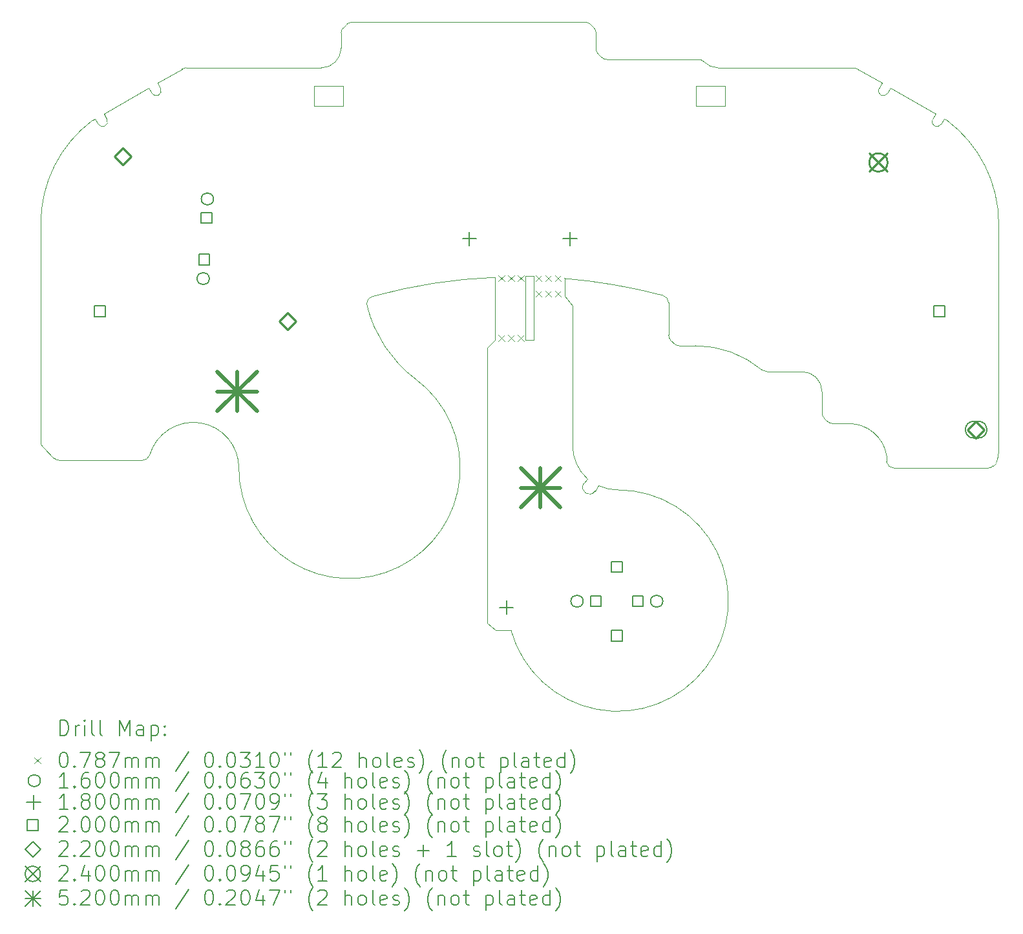
<source format=gbr>
%TF.GenerationSoftware,KiCad,Pcbnew,(6.0.9)*%
%TF.CreationDate,2022-12-12T22:52:57-08:00*%
%TF.ProjectId,PhoZL-2.0.2,50686f5a-4c2d-4322-9e30-2e322e6b6963,rev?*%
%TF.SameCoordinates,Original*%
%TF.FileFunction,Drillmap*%
%TF.FilePolarity,Positive*%
%FSLAX45Y45*%
G04 Gerber Fmt 4.5, Leading zero omitted, Abs format (unit mm)*
G04 Created by KiCad (PCBNEW (6.0.9)) date 2022-12-12 22:52:57*
%MOMM*%
%LPD*%
G01*
G04 APERTURE LIST*
%ADD10C,0.050000*%
%ADD11C,0.100000*%
%ADD12C,0.200000*%
%ADD13C,0.078740*%
%ADD14C,0.160000*%
%ADD15C,0.180000*%
%ADD16C,0.220000*%
%ADD17C,0.240000*%
%ADD18C,0.520000*%
G04 APERTURE END LIST*
D10*
X8409000Y-3373000D02*
X8409000Y-3113000D01*
X13409000Y-3373000D02*
X13409000Y-3113000D01*
X11286000Y-6438839D02*
X11286180Y-5632662D01*
D11*
X16003542Y-8117612D02*
X17231732Y-8117612D01*
X5650754Y-3476861D02*
X5690632Y-3546213D01*
X6280126Y-3207254D02*
G75*
G03*
X6392826Y-3142452I56354J32394D01*
G01*
X16508789Y-3546213D02*
X16548667Y-3476861D01*
X4995421Y-7984422D02*
G75*
G03*
X5066300Y-8014000I71420J71432D01*
G01*
X5164500Y-8013996D02*
X5066300Y-8014000D01*
X11984288Y-8255894D02*
X11937638Y-8317862D01*
X15059711Y-7113711D02*
X15059711Y-7392289D01*
X15201132Y-7533711D02*
X15413491Y-7533711D01*
X6352948Y-3073099D02*
X6392826Y-3142452D01*
X15846473Y-3073099D02*
X15522857Y-2887020D01*
X16508789Y-3546213D02*
G75*
G03*
X16621487Y-3611014I56351J-32397D01*
G01*
D10*
X13409000Y-3113000D02*
X13789000Y-3113000D01*
D11*
X6676564Y-2887020D02*
X6352948Y-3073099D01*
X17302443Y-8088323D02*
X17343864Y-8046902D01*
X15959171Y-3137900D02*
X15919293Y-3207253D01*
D10*
X8789000Y-3373000D02*
X8409000Y-3373000D01*
X10670540Y-6537960D02*
X10777220Y-6436360D01*
D11*
X13049710Y-5951130D02*
G75*
G03*
X12974962Y-5854370I-100000J0D01*
G01*
X10671511Y-10150455D02*
X10782400Y-10242372D01*
X9171098Y-5868504D02*
G75*
G03*
X9099886Y-5988648I25982J-96576D01*
G01*
X8499711Y-2873711D02*
G75*
G03*
X8759711Y-2613711I-1J260001D01*
G01*
X8759711Y-2418096D02*
X8759711Y-2613711D01*
X8788998Y-2347384D02*
G75*
G03*
X8759711Y-2418096I70732J-70717D01*
G01*
D10*
X12974962Y-5854370D02*
G75*
G03*
X11686180Y-5632662I-1925582J-7336670D01*
G01*
D11*
X16699711Y-3563711D02*
X16661365Y-3541662D01*
X13120422Y-6484420D02*
G75*
G03*
X13191132Y-6513711I70708J70700D01*
G01*
X13512731Y-2794374D02*
G75*
G03*
X13699711Y-2873711I186979J180664D01*
G01*
X12134106Y-8347584D02*
G75*
G03*
X12382400Y-8402372I248224J534914D01*
G01*
X12087456Y-8417634D02*
X12134107Y-8347582D01*
X13079000Y-6443000D02*
X13120421Y-6484421D01*
X6726411Y-2873711D02*
G75*
G03*
X6676564Y-2887020I-1J-99999D01*
G01*
X4824711Y-4913711D02*
X4824711Y-7666400D01*
X10671800Y-8226055D02*
X10671796Y-8288255D01*
X15906498Y-7950377D02*
X15904941Y-8034279D01*
X10671796Y-9218355D02*
X10671511Y-10150455D01*
X12099709Y-2418096D02*
G75*
G03*
X12070421Y-2347386I-99989J6D01*
G01*
X15089000Y-7463000D02*
X15130421Y-7504421D01*
D10*
X11177880Y-6438961D02*
X11177880Y-5603000D01*
D11*
X11792400Y-7812372D02*
X11792400Y-7492372D01*
X17374710Y-4913711D02*
G75*
G03*
X16699711Y-3563711I-1687500J1D01*
G01*
X8830421Y-2305964D02*
X8789000Y-2347386D01*
D10*
X11286180Y-5603000D02*
X11286180Y-5632662D01*
D11*
X14272600Y-6830441D02*
G75*
G03*
X13399711Y-6513711I-872890J-1044449D01*
G01*
X14272598Y-6830444D02*
G75*
G03*
X14336727Y-6853711I64132J76754D01*
G01*
X16661365Y-3541662D02*
X16621487Y-3611014D01*
X6094600Y-8013996D02*
X5164500Y-8013996D01*
D10*
X13789000Y-3113000D02*
X13789000Y-3373000D01*
D11*
X12099711Y-2622438D02*
X12099711Y-2418096D01*
X12170423Y-2734568D02*
G75*
G03*
X12241132Y-2763859I70707J70698D01*
G01*
X5577934Y-3611015D02*
X5538056Y-3541662D01*
X5499711Y-3563710D02*
G75*
G03*
X4824711Y-4913711I1012505J-1350003D01*
G01*
X5538056Y-3541662D02*
X5499711Y-3563711D01*
X12070421Y-2347386D02*
X12029000Y-2305964D01*
X7419711Y-8113711D02*
G75*
G03*
X6252529Y-7942440I-596157J0D01*
G01*
D10*
X8409000Y-3113000D02*
X8789000Y-3113000D01*
D11*
X15906496Y-7950378D02*
G75*
G03*
X15413491Y-7533711I-493006J-83332D01*
G01*
X16548667Y-3476861D02*
X15959171Y-3137900D01*
X12099708Y-2622438D02*
G75*
G03*
X12129000Y-2693148I100012J8D01*
G01*
X13049711Y-5951130D02*
X13049711Y-6372289D01*
X7419710Y-8113711D02*
G75*
G03*
X9736154Y-6951052I1450000J0D01*
G01*
D10*
X11177880Y-6438961D02*
X11286000Y-6438839D01*
D11*
X8901132Y-2276675D02*
G75*
G03*
X8830421Y-2305964I-2J-99995D01*
G01*
X6240250Y-3137900D02*
X5650754Y-3476861D01*
X10782400Y-10242372D02*
X10985833Y-10242372D01*
X15130422Y-7504420D02*
G75*
G03*
X15201132Y-7533711I70708J70700D01*
G01*
X13440817Y-2763859D02*
X12241132Y-2763859D01*
D10*
X11792400Y-6369583D02*
X11790680Y-5989320D01*
D11*
X17374711Y-7892289D02*
X17374711Y-4913711D01*
X15059711Y-7392289D02*
G75*
G03*
X15089000Y-7463000I99999J-1D01*
G01*
X5577933Y-3611015D02*
G75*
G03*
X5690632Y-3546213I56347J32405D01*
G01*
D10*
X11790680Y-5989320D02*
X11686180Y-5864509D01*
D11*
X15904937Y-8034280D02*
G75*
G03*
X16003542Y-8117612I98603J16670D01*
G01*
X11958289Y-2276675D02*
X8901132Y-2276675D01*
X15473010Y-2873711D02*
X13699711Y-2873711D01*
D10*
X8789000Y-3113000D02*
X8789000Y-3373000D01*
D11*
X4854000Y-7843000D02*
X4995421Y-7984421D01*
X15806595Y-3142452D02*
X15846473Y-3073099D01*
X15806596Y-3142452D02*
G75*
G03*
X15919293Y-3207253I56344J-32408D01*
G01*
X10777327Y-5618480D02*
G75*
G03*
X9171099Y-5868508I265993J-6993160D01*
G01*
D10*
X11177880Y-5603000D02*
X11286180Y-5603000D01*
X13789000Y-3373000D02*
X13409000Y-3373000D01*
D11*
X17231732Y-8117613D02*
G75*
G03*
X17302443Y-8088323I-2J100003D01*
G01*
D10*
X11792400Y-7492372D02*
X11792400Y-6369583D01*
D11*
X8499711Y-2873711D02*
X6726411Y-2873711D01*
X10671796Y-8288255D02*
X10671796Y-9218355D01*
X17343863Y-8046901D02*
G75*
G03*
X17374711Y-7892289I-372033J154611D01*
G01*
X12028999Y-2305965D02*
G75*
G03*
X11958289Y-2276675I-70709J-70705D01*
G01*
X9099888Y-5988648D02*
G75*
G03*
X9736154Y-6951052I1652092J400708D01*
G01*
X15059709Y-7113711D02*
G75*
G03*
X14799711Y-6853711I-259999J1D01*
G01*
D10*
X11686180Y-5632662D02*
X11686180Y-5864509D01*
D11*
X11937635Y-8317860D02*
G75*
G03*
X12087456Y-8417634I74915J-49880D01*
G01*
X4824711Y-7666400D02*
X4824711Y-7772289D01*
X13512729Y-2794376D02*
G75*
G03*
X13440817Y-2763859I-71909J-69464D01*
G01*
X10985833Y-10242372D02*
G75*
G03*
X12382400Y-8402372I1396601J389974D01*
G01*
X6280128Y-3207253D02*
X6240250Y-3137900D01*
X10671800Y-8226055D02*
X10671800Y-7500500D01*
X6157000Y-8014000D02*
X6094600Y-8013996D01*
X15522857Y-2887020D02*
G75*
G03*
X15473010Y-2873711I-49847J-86690D01*
G01*
X12170421Y-2734570D02*
X12129000Y-2693148D01*
X6157000Y-8014001D02*
G75*
G03*
X6252529Y-7942440I-650J100411D01*
G01*
D10*
X10671800Y-7500500D02*
X10670540Y-6537960D01*
X10777220Y-6436360D02*
X10777327Y-5618480D01*
D11*
X14336727Y-6853711D02*
X14799711Y-6853711D01*
X11792398Y-7812372D02*
G75*
G03*
X11984288Y-8255894I589722J-8128D01*
G01*
X13049711Y-6372289D02*
G75*
G03*
X13079000Y-6443000I99999J-1D01*
G01*
X4824699Y-7772289D02*
G75*
G03*
X4854000Y-7843000I100042J29D01*
G01*
X13191132Y-6513711D02*
X13399711Y-6513711D01*
D12*
D13*
X10821670Y-5593315D02*
X10900410Y-5672055D01*
X10900410Y-5593315D02*
X10821670Y-5672055D01*
X10821670Y-6373315D02*
X10900410Y-6452055D01*
X10900410Y-6373315D02*
X10821670Y-6452055D01*
X10948670Y-5593315D02*
X11027410Y-5672055D01*
X11027410Y-5593315D02*
X10948670Y-5672055D01*
X10948670Y-6373315D02*
X11027410Y-6452055D01*
X11027410Y-6373315D02*
X10948670Y-6452055D01*
X11075670Y-5593315D02*
X11154410Y-5672055D01*
X11154410Y-5593315D02*
X11075670Y-5672055D01*
X11075670Y-6373315D02*
X11154410Y-6452055D01*
X11154410Y-6373315D02*
X11075670Y-6452055D01*
X11309350Y-5588563D02*
X11388090Y-5667302D01*
X11388090Y-5588563D02*
X11309350Y-5667302D01*
X11309350Y-5791647D02*
X11388090Y-5870387D01*
X11388090Y-5791647D02*
X11309350Y-5870387D01*
X11436350Y-5588563D02*
X11515090Y-5667302D01*
X11515090Y-5588563D02*
X11436350Y-5667302D01*
X11436350Y-5791647D02*
X11515090Y-5870387D01*
X11515090Y-5791647D02*
X11436350Y-5870387D01*
X11563350Y-5588563D02*
X11642090Y-5667302D01*
X11642090Y-5588563D02*
X11563350Y-5667302D01*
X11563350Y-5791647D02*
X11642090Y-5870387D01*
X11642090Y-5791647D02*
X11563350Y-5870387D01*
D14*
X7032163Y-5634607D02*
G75*
G03*
X7032163Y-5634607I-80000J0D01*
G01*
X7086854Y-4591039D02*
G75*
G03*
X7086854Y-4591039I-80000J0D01*
G01*
X11929400Y-9860455D02*
G75*
G03*
X11929400Y-9860455I-80000J0D01*
G01*
X12974400Y-9860455D02*
G75*
G03*
X12974400Y-9860455I-80000J0D01*
G01*
D15*
X10439000Y-5023000D02*
X10439000Y-5203000D01*
X10349000Y-5113000D02*
X10529000Y-5113000D01*
X10924400Y-9850455D02*
X10924400Y-10030455D01*
X10834400Y-9940455D02*
X11014400Y-9940455D01*
X11759000Y-5023000D02*
X11759000Y-5203000D01*
X11669000Y-5113000D02*
X11849000Y-5113000D01*
D12*
X5669711Y-6133711D02*
X5669711Y-5992289D01*
X5528289Y-5992289D01*
X5528289Y-6133711D01*
X5669711Y-6133711D01*
X7035827Y-5458158D02*
X7035827Y-5316735D01*
X6894404Y-5316735D01*
X6894404Y-5458158D01*
X7035827Y-5458158D01*
X7064612Y-4908912D02*
X7064612Y-4767489D01*
X6923189Y-4767489D01*
X6923189Y-4908912D01*
X7064612Y-4908912D01*
X12167611Y-9931167D02*
X12167611Y-9789744D01*
X12026189Y-9789744D01*
X12026189Y-9931167D01*
X12167611Y-9931167D01*
X12442611Y-9481167D02*
X12442611Y-9339744D01*
X12301189Y-9339744D01*
X12301189Y-9481167D01*
X12442611Y-9481167D01*
X12442611Y-10381167D02*
X12442611Y-10239744D01*
X12301189Y-10239744D01*
X12301189Y-10381167D01*
X12442611Y-10381167D01*
X12717611Y-9931167D02*
X12717611Y-9789744D01*
X12576189Y-9789744D01*
X12576189Y-9931167D01*
X12717611Y-9931167D01*
X16669711Y-6133711D02*
X16669711Y-5992289D01*
X16528289Y-5992289D01*
X16528289Y-6133711D01*
X16669711Y-6133711D01*
D16*
X5900662Y-4144662D02*
X6010662Y-4034662D01*
X5900662Y-3924662D01*
X5790662Y-4034662D01*
X5900662Y-4144662D01*
X8057338Y-6301338D02*
X8167338Y-6191338D01*
X8057338Y-6081338D01*
X7947338Y-6191338D01*
X8057338Y-6301338D01*
X17079000Y-7723000D02*
X17189000Y-7613000D01*
X17079000Y-7503000D01*
X16969000Y-7613000D01*
X17079000Y-7723000D01*
D12*
X17049000Y-7723000D02*
X17109000Y-7723000D01*
X17049000Y-7503000D02*
X17109000Y-7503000D01*
X17109000Y-7723000D02*
G75*
G03*
X17109000Y-7503000I0J110000D01*
G01*
X17049000Y-7503000D02*
G75*
G03*
X17049000Y-7723000I0J-110000D01*
G01*
D17*
X15679000Y-3993000D02*
X15919000Y-4233000D01*
X15919000Y-3993000D02*
X15679000Y-4233000D01*
X15919000Y-4113000D02*
G75*
G03*
X15919000Y-4113000I-120000J0D01*
G01*
D18*
X7139000Y-6853000D02*
X7659000Y-7373000D01*
X7659000Y-6853000D02*
X7139000Y-7373000D01*
X7399000Y-6853000D02*
X7399000Y-7373000D01*
X7139000Y-7113000D02*
X7659000Y-7113000D01*
X11111900Y-8115455D02*
X11631900Y-8635455D01*
X11631900Y-8115455D02*
X11111900Y-8635455D01*
X11371900Y-8115455D02*
X11371900Y-8635455D01*
X11111900Y-8375455D02*
X11631900Y-8375455D01*
D12*
X5077319Y-11617899D02*
X5077319Y-11417899D01*
X5124938Y-11417899D01*
X5153510Y-11427423D01*
X5172557Y-11446471D01*
X5182081Y-11465518D01*
X5191605Y-11503614D01*
X5191605Y-11532185D01*
X5182081Y-11570280D01*
X5172557Y-11589328D01*
X5153510Y-11608376D01*
X5124938Y-11617899D01*
X5077319Y-11617899D01*
X5277319Y-11617899D02*
X5277319Y-11484566D01*
X5277319Y-11522661D02*
X5286843Y-11503614D01*
X5296367Y-11494090D01*
X5315414Y-11484566D01*
X5334462Y-11484566D01*
X5401129Y-11617899D02*
X5401129Y-11484566D01*
X5401129Y-11417899D02*
X5391605Y-11427423D01*
X5401129Y-11436947D01*
X5410652Y-11427423D01*
X5401129Y-11417899D01*
X5401129Y-11436947D01*
X5524938Y-11617899D02*
X5505890Y-11608376D01*
X5496367Y-11589328D01*
X5496367Y-11417899D01*
X5629700Y-11617899D02*
X5610652Y-11608376D01*
X5601128Y-11589328D01*
X5601128Y-11417899D01*
X5858271Y-11617899D02*
X5858271Y-11417899D01*
X5924938Y-11560757D01*
X5991605Y-11417899D01*
X5991605Y-11617899D01*
X6172557Y-11617899D02*
X6172557Y-11513137D01*
X6163033Y-11494090D01*
X6143986Y-11484566D01*
X6105890Y-11484566D01*
X6086843Y-11494090D01*
X6172557Y-11608376D02*
X6153509Y-11617899D01*
X6105890Y-11617899D01*
X6086843Y-11608376D01*
X6077319Y-11589328D01*
X6077319Y-11570280D01*
X6086843Y-11551233D01*
X6105890Y-11541709D01*
X6153509Y-11541709D01*
X6172557Y-11532185D01*
X6267795Y-11484566D02*
X6267795Y-11684566D01*
X6267795Y-11494090D02*
X6286843Y-11484566D01*
X6324938Y-11484566D01*
X6343986Y-11494090D01*
X6353509Y-11503614D01*
X6363033Y-11522661D01*
X6363033Y-11579804D01*
X6353509Y-11598852D01*
X6343986Y-11608376D01*
X6324938Y-11617899D01*
X6286843Y-11617899D01*
X6267795Y-11608376D01*
X6448748Y-11598852D02*
X6458271Y-11608376D01*
X6448748Y-11617899D01*
X6439224Y-11608376D01*
X6448748Y-11598852D01*
X6448748Y-11617899D01*
X6448748Y-11494090D02*
X6458271Y-11503614D01*
X6448748Y-11513137D01*
X6439224Y-11503614D01*
X6448748Y-11494090D01*
X6448748Y-11513137D01*
D13*
X4740960Y-11908053D02*
X4819700Y-11986793D01*
X4819700Y-11908053D02*
X4740960Y-11986793D01*
D12*
X5115414Y-11837899D02*
X5134462Y-11837899D01*
X5153510Y-11847423D01*
X5163033Y-11856947D01*
X5172557Y-11875995D01*
X5182081Y-11914090D01*
X5182081Y-11961709D01*
X5172557Y-11999804D01*
X5163033Y-12018852D01*
X5153510Y-12028376D01*
X5134462Y-12037899D01*
X5115414Y-12037899D01*
X5096367Y-12028376D01*
X5086843Y-12018852D01*
X5077319Y-11999804D01*
X5067795Y-11961709D01*
X5067795Y-11914090D01*
X5077319Y-11875995D01*
X5086843Y-11856947D01*
X5096367Y-11847423D01*
X5115414Y-11837899D01*
X5267795Y-12018852D02*
X5277319Y-12028376D01*
X5267795Y-12037899D01*
X5258271Y-12028376D01*
X5267795Y-12018852D01*
X5267795Y-12037899D01*
X5343986Y-11837899D02*
X5477319Y-11837899D01*
X5391605Y-12037899D01*
X5582081Y-11923614D02*
X5563033Y-11914090D01*
X5553510Y-11904566D01*
X5543986Y-11885518D01*
X5543986Y-11875995D01*
X5553510Y-11856947D01*
X5563033Y-11847423D01*
X5582081Y-11837899D01*
X5620176Y-11837899D01*
X5639224Y-11847423D01*
X5648748Y-11856947D01*
X5658271Y-11875995D01*
X5658271Y-11885518D01*
X5648748Y-11904566D01*
X5639224Y-11914090D01*
X5620176Y-11923614D01*
X5582081Y-11923614D01*
X5563033Y-11933137D01*
X5553510Y-11942661D01*
X5543986Y-11961709D01*
X5543986Y-11999804D01*
X5553510Y-12018852D01*
X5563033Y-12028376D01*
X5582081Y-12037899D01*
X5620176Y-12037899D01*
X5639224Y-12028376D01*
X5648748Y-12018852D01*
X5658271Y-11999804D01*
X5658271Y-11961709D01*
X5648748Y-11942661D01*
X5639224Y-11933137D01*
X5620176Y-11923614D01*
X5724938Y-11837899D02*
X5858271Y-11837899D01*
X5772557Y-12037899D01*
X5934462Y-12037899D02*
X5934462Y-11904566D01*
X5934462Y-11923614D02*
X5943986Y-11914090D01*
X5963033Y-11904566D01*
X5991605Y-11904566D01*
X6010652Y-11914090D01*
X6020176Y-11933137D01*
X6020176Y-12037899D01*
X6020176Y-11933137D02*
X6029700Y-11914090D01*
X6048748Y-11904566D01*
X6077319Y-11904566D01*
X6096367Y-11914090D01*
X6105890Y-11933137D01*
X6105890Y-12037899D01*
X6201128Y-12037899D02*
X6201128Y-11904566D01*
X6201128Y-11923614D02*
X6210652Y-11914090D01*
X6229700Y-11904566D01*
X6258271Y-11904566D01*
X6277319Y-11914090D01*
X6286843Y-11933137D01*
X6286843Y-12037899D01*
X6286843Y-11933137D02*
X6296367Y-11914090D01*
X6315414Y-11904566D01*
X6343986Y-11904566D01*
X6363033Y-11914090D01*
X6372557Y-11933137D01*
X6372557Y-12037899D01*
X6763033Y-11828376D02*
X6591605Y-12085518D01*
X7020176Y-11837899D02*
X7039224Y-11837899D01*
X7058271Y-11847423D01*
X7067795Y-11856947D01*
X7077319Y-11875995D01*
X7086843Y-11914090D01*
X7086843Y-11961709D01*
X7077319Y-11999804D01*
X7067795Y-12018852D01*
X7058271Y-12028376D01*
X7039224Y-12037899D01*
X7020176Y-12037899D01*
X7001128Y-12028376D01*
X6991605Y-12018852D01*
X6982081Y-11999804D01*
X6972557Y-11961709D01*
X6972557Y-11914090D01*
X6982081Y-11875995D01*
X6991605Y-11856947D01*
X7001128Y-11847423D01*
X7020176Y-11837899D01*
X7172557Y-12018852D02*
X7182081Y-12028376D01*
X7172557Y-12037899D01*
X7163033Y-12028376D01*
X7172557Y-12018852D01*
X7172557Y-12037899D01*
X7305890Y-11837899D02*
X7324938Y-11837899D01*
X7343986Y-11847423D01*
X7353509Y-11856947D01*
X7363033Y-11875995D01*
X7372557Y-11914090D01*
X7372557Y-11961709D01*
X7363033Y-11999804D01*
X7353509Y-12018852D01*
X7343986Y-12028376D01*
X7324938Y-12037899D01*
X7305890Y-12037899D01*
X7286843Y-12028376D01*
X7277319Y-12018852D01*
X7267795Y-11999804D01*
X7258271Y-11961709D01*
X7258271Y-11914090D01*
X7267795Y-11875995D01*
X7277319Y-11856947D01*
X7286843Y-11847423D01*
X7305890Y-11837899D01*
X7439224Y-11837899D02*
X7563033Y-11837899D01*
X7496367Y-11914090D01*
X7524938Y-11914090D01*
X7543986Y-11923614D01*
X7553509Y-11933137D01*
X7563033Y-11952185D01*
X7563033Y-11999804D01*
X7553509Y-12018852D01*
X7543986Y-12028376D01*
X7524938Y-12037899D01*
X7467795Y-12037899D01*
X7448748Y-12028376D01*
X7439224Y-12018852D01*
X7753509Y-12037899D02*
X7639224Y-12037899D01*
X7696367Y-12037899D02*
X7696367Y-11837899D01*
X7677319Y-11866471D01*
X7658271Y-11885518D01*
X7639224Y-11895042D01*
X7877319Y-11837899D02*
X7896367Y-11837899D01*
X7915414Y-11847423D01*
X7924938Y-11856947D01*
X7934462Y-11875995D01*
X7943986Y-11914090D01*
X7943986Y-11961709D01*
X7934462Y-11999804D01*
X7924938Y-12018852D01*
X7915414Y-12028376D01*
X7896367Y-12037899D01*
X7877319Y-12037899D01*
X7858271Y-12028376D01*
X7848748Y-12018852D01*
X7839224Y-11999804D01*
X7829700Y-11961709D01*
X7829700Y-11914090D01*
X7839224Y-11875995D01*
X7848748Y-11856947D01*
X7858271Y-11847423D01*
X7877319Y-11837899D01*
X8020176Y-11837899D02*
X8020176Y-11875995D01*
X8096367Y-11837899D02*
X8096367Y-11875995D01*
X8391605Y-12114090D02*
X8382081Y-12104566D01*
X8363033Y-12075995D01*
X8353509Y-12056947D01*
X8343986Y-12028376D01*
X8334462Y-11980757D01*
X8334462Y-11942661D01*
X8343986Y-11895042D01*
X8353509Y-11866471D01*
X8363033Y-11847423D01*
X8382081Y-11818852D01*
X8391605Y-11809328D01*
X8572557Y-12037899D02*
X8458271Y-12037899D01*
X8515414Y-12037899D02*
X8515414Y-11837899D01*
X8496367Y-11866471D01*
X8477319Y-11885518D01*
X8458271Y-11895042D01*
X8648748Y-11856947D02*
X8658271Y-11847423D01*
X8677319Y-11837899D01*
X8724938Y-11837899D01*
X8743986Y-11847423D01*
X8753510Y-11856947D01*
X8763033Y-11875995D01*
X8763033Y-11895042D01*
X8753510Y-11923614D01*
X8639224Y-12037899D01*
X8763033Y-12037899D01*
X9001129Y-12037899D02*
X9001129Y-11837899D01*
X9086843Y-12037899D02*
X9086843Y-11933137D01*
X9077319Y-11914090D01*
X9058271Y-11904566D01*
X9029700Y-11904566D01*
X9010652Y-11914090D01*
X9001129Y-11923614D01*
X9210652Y-12037899D02*
X9191605Y-12028376D01*
X9182081Y-12018852D01*
X9172557Y-11999804D01*
X9172557Y-11942661D01*
X9182081Y-11923614D01*
X9191605Y-11914090D01*
X9210652Y-11904566D01*
X9239224Y-11904566D01*
X9258271Y-11914090D01*
X9267795Y-11923614D01*
X9277319Y-11942661D01*
X9277319Y-11999804D01*
X9267795Y-12018852D01*
X9258271Y-12028376D01*
X9239224Y-12037899D01*
X9210652Y-12037899D01*
X9391605Y-12037899D02*
X9372557Y-12028376D01*
X9363033Y-12009328D01*
X9363033Y-11837899D01*
X9543986Y-12028376D02*
X9524938Y-12037899D01*
X9486843Y-12037899D01*
X9467795Y-12028376D01*
X9458271Y-12009328D01*
X9458271Y-11933137D01*
X9467795Y-11914090D01*
X9486843Y-11904566D01*
X9524938Y-11904566D01*
X9543986Y-11914090D01*
X9553510Y-11933137D01*
X9553510Y-11952185D01*
X9458271Y-11971233D01*
X9629700Y-12028376D02*
X9648748Y-12037899D01*
X9686843Y-12037899D01*
X9705890Y-12028376D01*
X9715414Y-12009328D01*
X9715414Y-11999804D01*
X9705890Y-11980757D01*
X9686843Y-11971233D01*
X9658271Y-11971233D01*
X9639224Y-11961709D01*
X9629700Y-11942661D01*
X9629700Y-11933137D01*
X9639224Y-11914090D01*
X9658271Y-11904566D01*
X9686843Y-11904566D01*
X9705890Y-11914090D01*
X9782081Y-12114090D02*
X9791605Y-12104566D01*
X9810652Y-12075995D01*
X9820176Y-12056947D01*
X9829700Y-12028376D01*
X9839224Y-11980757D01*
X9839224Y-11942661D01*
X9829700Y-11895042D01*
X9820176Y-11866471D01*
X9810652Y-11847423D01*
X9791605Y-11818852D01*
X9782081Y-11809328D01*
X10143986Y-12114090D02*
X10134462Y-12104566D01*
X10115414Y-12075995D01*
X10105890Y-12056947D01*
X10096367Y-12028376D01*
X10086843Y-11980757D01*
X10086843Y-11942661D01*
X10096367Y-11895042D01*
X10105890Y-11866471D01*
X10115414Y-11847423D01*
X10134462Y-11818852D01*
X10143986Y-11809328D01*
X10220176Y-11904566D02*
X10220176Y-12037899D01*
X10220176Y-11923614D02*
X10229700Y-11914090D01*
X10248748Y-11904566D01*
X10277319Y-11904566D01*
X10296367Y-11914090D01*
X10305890Y-11933137D01*
X10305890Y-12037899D01*
X10429700Y-12037899D02*
X10410652Y-12028376D01*
X10401129Y-12018852D01*
X10391605Y-11999804D01*
X10391605Y-11942661D01*
X10401129Y-11923614D01*
X10410652Y-11914090D01*
X10429700Y-11904566D01*
X10458271Y-11904566D01*
X10477319Y-11914090D01*
X10486843Y-11923614D01*
X10496367Y-11942661D01*
X10496367Y-11999804D01*
X10486843Y-12018852D01*
X10477319Y-12028376D01*
X10458271Y-12037899D01*
X10429700Y-12037899D01*
X10553510Y-11904566D02*
X10629700Y-11904566D01*
X10582081Y-11837899D02*
X10582081Y-12009328D01*
X10591605Y-12028376D01*
X10610652Y-12037899D01*
X10629700Y-12037899D01*
X10848748Y-11904566D02*
X10848748Y-12104566D01*
X10848748Y-11914090D02*
X10867795Y-11904566D01*
X10905890Y-11904566D01*
X10924938Y-11914090D01*
X10934462Y-11923614D01*
X10943986Y-11942661D01*
X10943986Y-11999804D01*
X10934462Y-12018852D01*
X10924938Y-12028376D01*
X10905890Y-12037899D01*
X10867795Y-12037899D01*
X10848748Y-12028376D01*
X11058271Y-12037899D02*
X11039224Y-12028376D01*
X11029700Y-12009328D01*
X11029700Y-11837899D01*
X11220176Y-12037899D02*
X11220176Y-11933137D01*
X11210652Y-11914090D01*
X11191605Y-11904566D01*
X11153510Y-11904566D01*
X11134462Y-11914090D01*
X11220176Y-12028376D02*
X11201128Y-12037899D01*
X11153510Y-12037899D01*
X11134462Y-12028376D01*
X11124938Y-12009328D01*
X11124938Y-11990280D01*
X11134462Y-11971233D01*
X11153510Y-11961709D01*
X11201128Y-11961709D01*
X11220176Y-11952185D01*
X11286843Y-11904566D02*
X11363033Y-11904566D01*
X11315414Y-11837899D02*
X11315414Y-12009328D01*
X11324938Y-12028376D01*
X11343986Y-12037899D01*
X11363033Y-12037899D01*
X11505890Y-12028376D02*
X11486843Y-12037899D01*
X11448748Y-12037899D01*
X11429700Y-12028376D01*
X11420176Y-12009328D01*
X11420176Y-11933137D01*
X11429700Y-11914090D01*
X11448748Y-11904566D01*
X11486843Y-11904566D01*
X11505890Y-11914090D01*
X11515414Y-11933137D01*
X11515414Y-11952185D01*
X11420176Y-11971233D01*
X11686843Y-12037899D02*
X11686843Y-11837899D01*
X11686843Y-12028376D02*
X11667795Y-12037899D01*
X11629700Y-12037899D01*
X11610652Y-12028376D01*
X11601128Y-12018852D01*
X11591605Y-11999804D01*
X11591605Y-11942661D01*
X11601128Y-11923614D01*
X11610652Y-11914090D01*
X11629700Y-11904566D01*
X11667795Y-11904566D01*
X11686843Y-11914090D01*
X11763033Y-12114090D02*
X11772557Y-12104566D01*
X11791605Y-12075995D01*
X11801128Y-12056947D01*
X11810652Y-12028376D01*
X11820176Y-11980757D01*
X11820176Y-11942661D01*
X11810652Y-11895042D01*
X11801128Y-11866471D01*
X11791605Y-11847423D01*
X11772557Y-11818852D01*
X11763033Y-11809328D01*
D14*
X4819700Y-12211423D02*
G75*
G03*
X4819700Y-12211423I-80000J0D01*
G01*
D12*
X5182081Y-12301899D02*
X5067795Y-12301899D01*
X5124938Y-12301899D02*
X5124938Y-12101899D01*
X5105890Y-12130471D01*
X5086843Y-12149518D01*
X5067795Y-12159042D01*
X5267795Y-12282852D02*
X5277319Y-12292376D01*
X5267795Y-12301899D01*
X5258271Y-12292376D01*
X5267795Y-12282852D01*
X5267795Y-12301899D01*
X5448748Y-12101899D02*
X5410652Y-12101899D01*
X5391605Y-12111423D01*
X5382081Y-12120947D01*
X5363033Y-12149518D01*
X5353510Y-12187614D01*
X5353510Y-12263804D01*
X5363033Y-12282852D01*
X5372557Y-12292376D01*
X5391605Y-12301899D01*
X5429700Y-12301899D01*
X5448748Y-12292376D01*
X5458271Y-12282852D01*
X5467795Y-12263804D01*
X5467795Y-12216185D01*
X5458271Y-12197137D01*
X5448748Y-12187614D01*
X5429700Y-12178090D01*
X5391605Y-12178090D01*
X5372557Y-12187614D01*
X5363033Y-12197137D01*
X5353510Y-12216185D01*
X5591605Y-12101899D02*
X5610652Y-12101899D01*
X5629700Y-12111423D01*
X5639224Y-12120947D01*
X5648748Y-12139995D01*
X5658271Y-12178090D01*
X5658271Y-12225709D01*
X5648748Y-12263804D01*
X5639224Y-12282852D01*
X5629700Y-12292376D01*
X5610652Y-12301899D01*
X5591605Y-12301899D01*
X5572557Y-12292376D01*
X5563033Y-12282852D01*
X5553510Y-12263804D01*
X5543986Y-12225709D01*
X5543986Y-12178090D01*
X5553510Y-12139995D01*
X5563033Y-12120947D01*
X5572557Y-12111423D01*
X5591605Y-12101899D01*
X5782081Y-12101899D02*
X5801128Y-12101899D01*
X5820176Y-12111423D01*
X5829700Y-12120947D01*
X5839224Y-12139995D01*
X5848748Y-12178090D01*
X5848748Y-12225709D01*
X5839224Y-12263804D01*
X5829700Y-12282852D01*
X5820176Y-12292376D01*
X5801128Y-12301899D01*
X5782081Y-12301899D01*
X5763033Y-12292376D01*
X5753509Y-12282852D01*
X5743986Y-12263804D01*
X5734462Y-12225709D01*
X5734462Y-12178090D01*
X5743986Y-12139995D01*
X5753509Y-12120947D01*
X5763033Y-12111423D01*
X5782081Y-12101899D01*
X5934462Y-12301899D02*
X5934462Y-12168566D01*
X5934462Y-12187614D02*
X5943986Y-12178090D01*
X5963033Y-12168566D01*
X5991605Y-12168566D01*
X6010652Y-12178090D01*
X6020176Y-12197137D01*
X6020176Y-12301899D01*
X6020176Y-12197137D02*
X6029700Y-12178090D01*
X6048748Y-12168566D01*
X6077319Y-12168566D01*
X6096367Y-12178090D01*
X6105890Y-12197137D01*
X6105890Y-12301899D01*
X6201128Y-12301899D02*
X6201128Y-12168566D01*
X6201128Y-12187614D02*
X6210652Y-12178090D01*
X6229700Y-12168566D01*
X6258271Y-12168566D01*
X6277319Y-12178090D01*
X6286843Y-12197137D01*
X6286843Y-12301899D01*
X6286843Y-12197137D02*
X6296367Y-12178090D01*
X6315414Y-12168566D01*
X6343986Y-12168566D01*
X6363033Y-12178090D01*
X6372557Y-12197137D01*
X6372557Y-12301899D01*
X6763033Y-12092376D02*
X6591605Y-12349518D01*
X7020176Y-12101899D02*
X7039224Y-12101899D01*
X7058271Y-12111423D01*
X7067795Y-12120947D01*
X7077319Y-12139995D01*
X7086843Y-12178090D01*
X7086843Y-12225709D01*
X7077319Y-12263804D01*
X7067795Y-12282852D01*
X7058271Y-12292376D01*
X7039224Y-12301899D01*
X7020176Y-12301899D01*
X7001128Y-12292376D01*
X6991605Y-12282852D01*
X6982081Y-12263804D01*
X6972557Y-12225709D01*
X6972557Y-12178090D01*
X6982081Y-12139995D01*
X6991605Y-12120947D01*
X7001128Y-12111423D01*
X7020176Y-12101899D01*
X7172557Y-12282852D02*
X7182081Y-12292376D01*
X7172557Y-12301899D01*
X7163033Y-12292376D01*
X7172557Y-12282852D01*
X7172557Y-12301899D01*
X7305890Y-12101899D02*
X7324938Y-12101899D01*
X7343986Y-12111423D01*
X7353509Y-12120947D01*
X7363033Y-12139995D01*
X7372557Y-12178090D01*
X7372557Y-12225709D01*
X7363033Y-12263804D01*
X7353509Y-12282852D01*
X7343986Y-12292376D01*
X7324938Y-12301899D01*
X7305890Y-12301899D01*
X7286843Y-12292376D01*
X7277319Y-12282852D01*
X7267795Y-12263804D01*
X7258271Y-12225709D01*
X7258271Y-12178090D01*
X7267795Y-12139995D01*
X7277319Y-12120947D01*
X7286843Y-12111423D01*
X7305890Y-12101899D01*
X7543986Y-12101899D02*
X7505890Y-12101899D01*
X7486843Y-12111423D01*
X7477319Y-12120947D01*
X7458271Y-12149518D01*
X7448748Y-12187614D01*
X7448748Y-12263804D01*
X7458271Y-12282852D01*
X7467795Y-12292376D01*
X7486843Y-12301899D01*
X7524938Y-12301899D01*
X7543986Y-12292376D01*
X7553509Y-12282852D01*
X7563033Y-12263804D01*
X7563033Y-12216185D01*
X7553509Y-12197137D01*
X7543986Y-12187614D01*
X7524938Y-12178090D01*
X7486843Y-12178090D01*
X7467795Y-12187614D01*
X7458271Y-12197137D01*
X7448748Y-12216185D01*
X7629700Y-12101899D02*
X7753509Y-12101899D01*
X7686843Y-12178090D01*
X7715414Y-12178090D01*
X7734462Y-12187614D01*
X7743986Y-12197137D01*
X7753509Y-12216185D01*
X7753509Y-12263804D01*
X7743986Y-12282852D01*
X7734462Y-12292376D01*
X7715414Y-12301899D01*
X7658271Y-12301899D01*
X7639224Y-12292376D01*
X7629700Y-12282852D01*
X7877319Y-12101899D02*
X7896367Y-12101899D01*
X7915414Y-12111423D01*
X7924938Y-12120947D01*
X7934462Y-12139995D01*
X7943986Y-12178090D01*
X7943986Y-12225709D01*
X7934462Y-12263804D01*
X7924938Y-12282852D01*
X7915414Y-12292376D01*
X7896367Y-12301899D01*
X7877319Y-12301899D01*
X7858271Y-12292376D01*
X7848748Y-12282852D01*
X7839224Y-12263804D01*
X7829700Y-12225709D01*
X7829700Y-12178090D01*
X7839224Y-12139995D01*
X7848748Y-12120947D01*
X7858271Y-12111423D01*
X7877319Y-12101899D01*
X8020176Y-12101899D02*
X8020176Y-12139995D01*
X8096367Y-12101899D02*
X8096367Y-12139995D01*
X8391605Y-12378090D02*
X8382081Y-12368566D01*
X8363033Y-12339995D01*
X8353509Y-12320947D01*
X8343986Y-12292376D01*
X8334462Y-12244757D01*
X8334462Y-12206661D01*
X8343986Y-12159042D01*
X8353509Y-12130471D01*
X8363033Y-12111423D01*
X8382081Y-12082852D01*
X8391605Y-12073328D01*
X8553510Y-12168566D02*
X8553510Y-12301899D01*
X8505890Y-12092376D02*
X8458271Y-12235233D01*
X8582081Y-12235233D01*
X8810652Y-12301899D02*
X8810652Y-12101899D01*
X8896367Y-12301899D02*
X8896367Y-12197137D01*
X8886843Y-12178090D01*
X8867795Y-12168566D01*
X8839224Y-12168566D01*
X8820176Y-12178090D01*
X8810652Y-12187614D01*
X9020176Y-12301899D02*
X9001129Y-12292376D01*
X8991605Y-12282852D01*
X8982081Y-12263804D01*
X8982081Y-12206661D01*
X8991605Y-12187614D01*
X9001129Y-12178090D01*
X9020176Y-12168566D01*
X9048748Y-12168566D01*
X9067795Y-12178090D01*
X9077319Y-12187614D01*
X9086843Y-12206661D01*
X9086843Y-12263804D01*
X9077319Y-12282852D01*
X9067795Y-12292376D01*
X9048748Y-12301899D01*
X9020176Y-12301899D01*
X9201129Y-12301899D02*
X9182081Y-12292376D01*
X9172557Y-12273328D01*
X9172557Y-12101899D01*
X9353510Y-12292376D02*
X9334462Y-12301899D01*
X9296367Y-12301899D01*
X9277319Y-12292376D01*
X9267795Y-12273328D01*
X9267795Y-12197137D01*
X9277319Y-12178090D01*
X9296367Y-12168566D01*
X9334462Y-12168566D01*
X9353510Y-12178090D01*
X9363033Y-12197137D01*
X9363033Y-12216185D01*
X9267795Y-12235233D01*
X9439224Y-12292376D02*
X9458271Y-12301899D01*
X9496367Y-12301899D01*
X9515414Y-12292376D01*
X9524938Y-12273328D01*
X9524938Y-12263804D01*
X9515414Y-12244757D01*
X9496367Y-12235233D01*
X9467795Y-12235233D01*
X9448748Y-12225709D01*
X9439224Y-12206661D01*
X9439224Y-12197137D01*
X9448748Y-12178090D01*
X9467795Y-12168566D01*
X9496367Y-12168566D01*
X9515414Y-12178090D01*
X9591605Y-12378090D02*
X9601129Y-12368566D01*
X9620176Y-12339995D01*
X9629700Y-12320947D01*
X9639224Y-12292376D01*
X9648748Y-12244757D01*
X9648748Y-12206661D01*
X9639224Y-12159042D01*
X9629700Y-12130471D01*
X9620176Y-12111423D01*
X9601129Y-12082852D01*
X9591605Y-12073328D01*
X9953510Y-12378090D02*
X9943986Y-12368566D01*
X9924938Y-12339995D01*
X9915414Y-12320947D01*
X9905890Y-12292376D01*
X9896367Y-12244757D01*
X9896367Y-12206661D01*
X9905890Y-12159042D01*
X9915414Y-12130471D01*
X9924938Y-12111423D01*
X9943986Y-12082852D01*
X9953510Y-12073328D01*
X10029700Y-12168566D02*
X10029700Y-12301899D01*
X10029700Y-12187614D02*
X10039224Y-12178090D01*
X10058271Y-12168566D01*
X10086843Y-12168566D01*
X10105890Y-12178090D01*
X10115414Y-12197137D01*
X10115414Y-12301899D01*
X10239224Y-12301899D02*
X10220176Y-12292376D01*
X10210652Y-12282852D01*
X10201129Y-12263804D01*
X10201129Y-12206661D01*
X10210652Y-12187614D01*
X10220176Y-12178090D01*
X10239224Y-12168566D01*
X10267795Y-12168566D01*
X10286843Y-12178090D01*
X10296367Y-12187614D01*
X10305890Y-12206661D01*
X10305890Y-12263804D01*
X10296367Y-12282852D01*
X10286843Y-12292376D01*
X10267795Y-12301899D01*
X10239224Y-12301899D01*
X10363033Y-12168566D02*
X10439224Y-12168566D01*
X10391605Y-12101899D02*
X10391605Y-12273328D01*
X10401129Y-12292376D01*
X10420176Y-12301899D01*
X10439224Y-12301899D01*
X10658271Y-12168566D02*
X10658271Y-12368566D01*
X10658271Y-12178090D02*
X10677319Y-12168566D01*
X10715414Y-12168566D01*
X10734462Y-12178090D01*
X10743986Y-12187614D01*
X10753510Y-12206661D01*
X10753510Y-12263804D01*
X10743986Y-12282852D01*
X10734462Y-12292376D01*
X10715414Y-12301899D01*
X10677319Y-12301899D01*
X10658271Y-12292376D01*
X10867795Y-12301899D02*
X10848748Y-12292376D01*
X10839224Y-12273328D01*
X10839224Y-12101899D01*
X11029700Y-12301899D02*
X11029700Y-12197137D01*
X11020176Y-12178090D01*
X11001129Y-12168566D01*
X10963033Y-12168566D01*
X10943986Y-12178090D01*
X11029700Y-12292376D02*
X11010652Y-12301899D01*
X10963033Y-12301899D01*
X10943986Y-12292376D01*
X10934462Y-12273328D01*
X10934462Y-12254280D01*
X10943986Y-12235233D01*
X10963033Y-12225709D01*
X11010652Y-12225709D01*
X11029700Y-12216185D01*
X11096367Y-12168566D02*
X11172557Y-12168566D01*
X11124938Y-12101899D02*
X11124938Y-12273328D01*
X11134462Y-12292376D01*
X11153510Y-12301899D01*
X11172557Y-12301899D01*
X11315414Y-12292376D02*
X11296367Y-12301899D01*
X11258271Y-12301899D01*
X11239224Y-12292376D01*
X11229700Y-12273328D01*
X11229700Y-12197137D01*
X11239224Y-12178090D01*
X11258271Y-12168566D01*
X11296367Y-12168566D01*
X11315414Y-12178090D01*
X11324938Y-12197137D01*
X11324938Y-12216185D01*
X11229700Y-12235233D01*
X11496367Y-12301899D02*
X11496367Y-12101899D01*
X11496367Y-12292376D02*
X11477319Y-12301899D01*
X11439224Y-12301899D01*
X11420176Y-12292376D01*
X11410652Y-12282852D01*
X11401128Y-12263804D01*
X11401128Y-12206661D01*
X11410652Y-12187614D01*
X11420176Y-12178090D01*
X11439224Y-12168566D01*
X11477319Y-12168566D01*
X11496367Y-12178090D01*
X11572557Y-12378090D02*
X11582081Y-12368566D01*
X11601128Y-12339995D01*
X11610652Y-12320947D01*
X11620176Y-12292376D01*
X11629700Y-12244757D01*
X11629700Y-12206661D01*
X11620176Y-12159042D01*
X11610652Y-12130471D01*
X11601128Y-12111423D01*
X11582081Y-12082852D01*
X11572557Y-12073328D01*
D15*
X4729700Y-12401423D02*
X4729700Y-12581423D01*
X4639700Y-12491423D02*
X4819700Y-12491423D01*
D12*
X5182081Y-12581899D02*
X5067795Y-12581899D01*
X5124938Y-12581899D02*
X5124938Y-12381899D01*
X5105890Y-12410471D01*
X5086843Y-12429518D01*
X5067795Y-12439042D01*
X5267795Y-12562852D02*
X5277319Y-12572376D01*
X5267795Y-12581899D01*
X5258271Y-12572376D01*
X5267795Y-12562852D01*
X5267795Y-12581899D01*
X5391605Y-12467614D02*
X5372557Y-12458090D01*
X5363033Y-12448566D01*
X5353510Y-12429518D01*
X5353510Y-12419995D01*
X5363033Y-12400947D01*
X5372557Y-12391423D01*
X5391605Y-12381899D01*
X5429700Y-12381899D01*
X5448748Y-12391423D01*
X5458271Y-12400947D01*
X5467795Y-12419995D01*
X5467795Y-12429518D01*
X5458271Y-12448566D01*
X5448748Y-12458090D01*
X5429700Y-12467614D01*
X5391605Y-12467614D01*
X5372557Y-12477137D01*
X5363033Y-12486661D01*
X5353510Y-12505709D01*
X5353510Y-12543804D01*
X5363033Y-12562852D01*
X5372557Y-12572376D01*
X5391605Y-12581899D01*
X5429700Y-12581899D01*
X5448748Y-12572376D01*
X5458271Y-12562852D01*
X5467795Y-12543804D01*
X5467795Y-12505709D01*
X5458271Y-12486661D01*
X5448748Y-12477137D01*
X5429700Y-12467614D01*
X5591605Y-12381899D02*
X5610652Y-12381899D01*
X5629700Y-12391423D01*
X5639224Y-12400947D01*
X5648748Y-12419995D01*
X5658271Y-12458090D01*
X5658271Y-12505709D01*
X5648748Y-12543804D01*
X5639224Y-12562852D01*
X5629700Y-12572376D01*
X5610652Y-12581899D01*
X5591605Y-12581899D01*
X5572557Y-12572376D01*
X5563033Y-12562852D01*
X5553510Y-12543804D01*
X5543986Y-12505709D01*
X5543986Y-12458090D01*
X5553510Y-12419995D01*
X5563033Y-12400947D01*
X5572557Y-12391423D01*
X5591605Y-12381899D01*
X5782081Y-12381899D02*
X5801128Y-12381899D01*
X5820176Y-12391423D01*
X5829700Y-12400947D01*
X5839224Y-12419995D01*
X5848748Y-12458090D01*
X5848748Y-12505709D01*
X5839224Y-12543804D01*
X5829700Y-12562852D01*
X5820176Y-12572376D01*
X5801128Y-12581899D01*
X5782081Y-12581899D01*
X5763033Y-12572376D01*
X5753509Y-12562852D01*
X5743986Y-12543804D01*
X5734462Y-12505709D01*
X5734462Y-12458090D01*
X5743986Y-12419995D01*
X5753509Y-12400947D01*
X5763033Y-12391423D01*
X5782081Y-12381899D01*
X5934462Y-12581899D02*
X5934462Y-12448566D01*
X5934462Y-12467614D02*
X5943986Y-12458090D01*
X5963033Y-12448566D01*
X5991605Y-12448566D01*
X6010652Y-12458090D01*
X6020176Y-12477137D01*
X6020176Y-12581899D01*
X6020176Y-12477137D02*
X6029700Y-12458090D01*
X6048748Y-12448566D01*
X6077319Y-12448566D01*
X6096367Y-12458090D01*
X6105890Y-12477137D01*
X6105890Y-12581899D01*
X6201128Y-12581899D02*
X6201128Y-12448566D01*
X6201128Y-12467614D02*
X6210652Y-12458090D01*
X6229700Y-12448566D01*
X6258271Y-12448566D01*
X6277319Y-12458090D01*
X6286843Y-12477137D01*
X6286843Y-12581899D01*
X6286843Y-12477137D02*
X6296367Y-12458090D01*
X6315414Y-12448566D01*
X6343986Y-12448566D01*
X6363033Y-12458090D01*
X6372557Y-12477137D01*
X6372557Y-12581899D01*
X6763033Y-12372376D02*
X6591605Y-12629518D01*
X7020176Y-12381899D02*
X7039224Y-12381899D01*
X7058271Y-12391423D01*
X7067795Y-12400947D01*
X7077319Y-12419995D01*
X7086843Y-12458090D01*
X7086843Y-12505709D01*
X7077319Y-12543804D01*
X7067795Y-12562852D01*
X7058271Y-12572376D01*
X7039224Y-12581899D01*
X7020176Y-12581899D01*
X7001128Y-12572376D01*
X6991605Y-12562852D01*
X6982081Y-12543804D01*
X6972557Y-12505709D01*
X6972557Y-12458090D01*
X6982081Y-12419995D01*
X6991605Y-12400947D01*
X7001128Y-12391423D01*
X7020176Y-12381899D01*
X7172557Y-12562852D02*
X7182081Y-12572376D01*
X7172557Y-12581899D01*
X7163033Y-12572376D01*
X7172557Y-12562852D01*
X7172557Y-12581899D01*
X7305890Y-12381899D02*
X7324938Y-12381899D01*
X7343986Y-12391423D01*
X7353509Y-12400947D01*
X7363033Y-12419995D01*
X7372557Y-12458090D01*
X7372557Y-12505709D01*
X7363033Y-12543804D01*
X7353509Y-12562852D01*
X7343986Y-12572376D01*
X7324938Y-12581899D01*
X7305890Y-12581899D01*
X7286843Y-12572376D01*
X7277319Y-12562852D01*
X7267795Y-12543804D01*
X7258271Y-12505709D01*
X7258271Y-12458090D01*
X7267795Y-12419995D01*
X7277319Y-12400947D01*
X7286843Y-12391423D01*
X7305890Y-12381899D01*
X7439224Y-12381899D02*
X7572557Y-12381899D01*
X7486843Y-12581899D01*
X7686843Y-12381899D02*
X7705890Y-12381899D01*
X7724938Y-12391423D01*
X7734462Y-12400947D01*
X7743986Y-12419995D01*
X7753509Y-12458090D01*
X7753509Y-12505709D01*
X7743986Y-12543804D01*
X7734462Y-12562852D01*
X7724938Y-12572376D01*
X7705890Y-12581899D01*
X7686843Y-12581899D01*
X7667795Y-12572376D01*
X7658271Y-12562852D01*
X7648748Y-12543804D01*
X7639224Y-12505709D01*
X7639224Y-12458090D01*
X7648748Y-12419995D01*
X7658271Y-12400947D01*
X7667795Y-12391423D01*
X7686843Y-12381899D01*
X7848748Y-12581899D02*
X7886843Y-12581899D01*
X7905890Y-12572376D01*
X7915414Y-12562852D01*
X7934462Y-12534280D01*
X7943986Y-12496185D01*
X7943986Y-12419995D01*
X7934462Y-12400947D01*
X7924938Y-12391423D01*
X7905890Y-12381899D01*
X7867795Y-12381899D01*
X7848748Y-12391423D01*
X7839224Y-12400947D01*
X7829700Y-12419995D01*
X7829700Y-12467614D01*
X7839224Y-12486661D01*
X7848748Y-12496185D01*
X7867795Y-12505709D01*
X7905890Y-12505709D01*
X7924938Y-12496185D01*
X7934462Y-12486661D01*
X7943986Y-12467614D01*
X8020176Y-12381899D02*
X8020176Y-12419995D01*
X8096367Y-12381899D02*
X8096367Y-12419995D01*
X8391605Y-12658090D02*
X8382081Y-12648566D01*
X8363033Y-12619995D01*
X8353509Y-12600947D01*
X8343986Y-12572376D01*
X8334462Y-12524757D01*
X8334462Y-12486661D01*
X8343986Y-12439042D01*
X8353509Y-12410471D01*
X8363033Y-12391423D01*
X8382081Y-12362852D01*
X8391605Y-12353328D01*
X8448748Y-12381899D02*
X8572557Y-12381899D01*
X8505890Y-12458090D01*
X8534462Y-12458090D01*
X8553510Y-12467614D01*
X8563033Y-12477137D01*
X8572557Y-12496185D01*
X8572557Y-12543804D01*
X8563033Y-12562852D01*
X8553510Y-12572376D01*
X8534462Y-12581899D01*
X8477319Y-12581899D01*
X8458271Y-12572376D01*
X8448748Y-12562852D01*
X8810652Y-12581899D02*
X8810652Y-12381899D01*
X8896367Y-12581899D02*
X8896367Y-12477137D01*
X8886843Y-12458090D01*
X8867795Y-12448566D01*
X8839224Y-12448566D01*
X8820176Y-12458090D01*
X8810652Y-12467614D01*
X9020176Y-12581899D02*
X9001129Y-12572376D01*
X8991605Y-12562852D01*
X8982081Y-12543804D01*
X8982081Y-12486661D01*
X8991605Y-12467614D01*
X9001129Y-12458090D01*
X9020176Y-12448566D01*
X9048748Y-12448566D01*
X9067795Y-12458090D01*
X9077319Y-12467614D01*
X9086843Y-12486661D01*
X9086843Y-12543804D01*
X9077319Y-12562852D01*
X9067795Y-12572376D01*
X9048748Y-12581899D01*
X9020176Y-12581899D01*
X9201129Y-12581899D02*
X9182081Y-12572376D01*
X9172557Y-12553328D01*
X9172557Y-12381899D01*
X9353510Y-12572376D02*
X9334462Y-12581899D01*
X9296367Y-12581899D01*
X9277319Y-12572376D01*
X9267795Y-12553328D01*
X9267795Y-12477137D01*
X9277319Y-12458090D01*
X9296367Y-12448566D01*
X9334462Y-12448566D01*
X9353510Y-12458090D01*
X9363033Y-12477137D01*
X9363033Y-12496185D01*
X9267795Y-12515233D01*
X9439224Y-12572376D02*
X9458271Y-12581899D01*
X9496367Y-12581899D01*
X9515414Y-12572376D01*
X9524938Y-12553328D01*
X9524938Y-12543804D01*
X9515414Y-12524757D01*
X9496367Y-12515233D01*
X9467795Y-12515233D01*
X9448748Y-12505709D01*
X9439224Y-12486661D01*
X9439224Y-12477137D01*
X9448748Y-12458090D01*
X9467795Y-12448566D01*
X9496367Y-12448566D01*
X9515414Y-12458090D01*
X9591605Y-12658090D02*
X9601129Y-12648566D01*
X9620176Y-12619995D01*
X9629700Y-12600947D01*
X9639224Y-12572376D01*
X9648748Y-12524757D01*
X9648748Y-12486661D01*
X9639224Y-12439042D01*
X9629700Y-12410471D01*
X9620176Y-12391423D01*
X9601129Y-12362852D01*
X9591605Y-12353328D01*
X9953510Y-12658090D02*
X9943986Y-12648566D01*
X9924938Y-12619995D01*
X9915414Y-12600947D01*
X9905890Y-12572376D01*
X9896367Y-12524757D01*
X9896367Y-12486661D01*
X9905890Y-12439042D01*
X9915414Y-12410471D01*
X9924938Y-12391423D01*
X9943986Y-12362852D01*
X9953510Y-12353328D01*
X10029700Y-12448566D02*
X10029700Y-12581899D01*
X10029700Y-12467614D02*
X10039224Y-12458090D01*
X10058271Y-12448566D01*
X10086843Y-12448566D01*
X10105890Y-12458090D01*
X10115414Y-12477137D01*
X10115414Y-12581899D01*
X10239224Y-12581899D02*
X10220176Y-12572376D01*
X10210652Y-12562852D01*
X10201129Y-12543804D01*
X10201129Y-12486661D01*
X10210652Y-12467614D01*
X10220176Y-12458090D01*
X10239224Y-12448566D01*
X10267795Y-12448566D01*
X10286843Y-12458090D01*
X10296367Y-12467614D01*
X10305890Y-12486661D01*
X10305890Y-12543804D01*
X10296367Y-12562852D01*
X10286843Y-12572376D01*
X10267795Y-12581899D01*
X10239224Y-12581899D01*
X10363033Y-12448566D02*
X10439224Y-12448566D01*
X10391605Y-12381899D02*
X10391605Y-12553328D01*
X10401129Y-12572376D01*
X10420176Y-12581899D01*
X10439224Y-12581899D01*
X10658271Y-12448566D02*
X10658271Y-12648566D01*
X10658271Y-12458090D02*
X10677319Y-12448566D01*
X10715414Y-12448566D01*
X10734462Y-12458090D01*
X10743986Y-12467614D01*
X10753510Y-12486661D01*
X10753510Y-12543804D01*
X10743986Y-12562852D01*
X10734462Y-12572376D01*
X10715414Y-12581899D01*
X10677319Y-12581899D01*
X10658271Y-12572376D01*
X10867795Y-12581899D02*
X10848748Y-12572376D01*
X10839224Y-12553328D01*
X10839224Y-12381899D01*
X11029700Y-12581899D02*
X11029700Y-12477137D01*
X11020176Y-12458090D01*
X11001129Y-12448566D01*
X10963033Y-12448566D01*
X10943986Y-12458090D01*
X11029700Y-12572376D02*
X11010652Y-12581899D01*
X10963033Y-12581899D01*
X10943986Y-12572376D01*
X10934462Y-12553328D01*
X10934462Y-12534280D01*
X10943986Y-12515233D01*
X10963033Y-12505709D01*
X11010652Y-12505709D01*
X11029700Y-12496185D01*
X11096367Y-12448566D02*
X11172557Y-12448566D01*
X11124938Y-12381899D02*
X11124938Y-12553328D01*
X11134462Y-12572376D01*
X11153510Y-12581899D01*
X11172557Y-12581899D01*
X11315414Y-12572376D02*
X11296367Y-12581899D01*
X11258271Y-12581899D01*
X11239224Y-12572376D01*
X11229700Y-12553328D01*
X11229700Y-12477137D01*
X11239224Y-12458090D01*
X11258271Y-12448566D01*
X11296367Y-12448566D01*
X11315414Y-12458090D01*
X11324938Y-12477137D01*
X11324938Y-12496185D01*
X11229700Y-12515233D01*
X11496367Y-12581899D02*
X11496367Y-12381899D01*
X11496367Y-12572376D02*
X11477319Y-12581899D01*
X11439224Y-12581899D01*
X11420176Y-12572376D01*
X11410652Y-12562852D01*
X11401128Y-12543804D01*
X11401128Y-12486661D01*
X11410652Y-12467614D01*
X11420176Y-12458090D01*
X11439224Y-12448566D01*
X11477319Y-12448566D01*
X11496367Y-12458090D01*
X11572557Y-12658090D02*
X11582081Y-12648566D01*
X11601128Y-12619995D01*
X11610652Y-12600947D01*
X11620176Y-12572376D01*
X11629700Y-12524757D01*
X11629700Y-12486661D01*
X11620176Y-12439042D01*
X11610652Y-12410471D01*
X11601128Y-12391423D01*
X11582081Y-12362852D01*
X11572557Y-12353328D01*
X4790411Y-12862135D02*
X4790411Y-12720712D01*
X4648989Y-12720712D01*
X4648989Y-12862135D01*
X4790411Y-12862135D01*
X5067795Y-12700947D02*
X5077319Y-12691423D01*
X5096367Y-12681899D01*
X5143986Y-12681899D01*
X5163033Y-12691423D01*
X5172557Y-12700947D01*
X5182081Y-12719995D01*
X5182081Y-12739042D01*
X5172557Y-12767614D01*
X5058271Y-12881899D01*
X5182081Y-12881899D01*
X5267795Y-12862852D02*
X5277319Y-12872376D01*
X5267795Y-12881899D01*
X5258271Y-12872376D01*
X5267795Y-12862852D01*
X5267795Y-12881899D01*
X5401129Y-12681899D02*
X5420176Y-12681899D01*
X5439224Y-12691423D01*
X5448748Y-12700947D01*
X5458271Y-12719995D01*
X5467795Y-12758090D01*
X5467795Y-12805709D01*
X5458271Y-12843804D01*
X5448748Y-12862852D01*
X5439224Y-12872376D01*
X5420176Y-12881899D01*
X5401129Y-12881899D01*
X5382081Y-12872376D01*
X5372557Y-12862852D01*
X5363033Y-12843804D01*
X5353510Y-12805709D01*
X5353510Y-12758090D01*
X5363033Y-12719995D01*
X5372557Y-12700947D01*
X5382081Y-12691423D01*
X5401129Y-12681899D01*
X5591605Y-12681899D02*
X5610652Y-12681899D01*
X5629700Y-12691423D01*
X5639224Y-12700947D01*
X5648748Y-12719995D01*
X5658271Y-12758090D01*
X5658271Y-12805709D01*
X5648748Y-12843804D01*
X5639224Y-12862852D01*
X5629700Y-12872376D01*
X5610652Y-12881899D01*
X5591605Y-12881899D01*
X5572557Y-12872376D01*
X5563033Y-12862852D01*
X5553510Y-12843804D01*
X5543986Y-12805709D01*
X5543986Y-12758090D01*
X5553510Y-12719995D01*
X5563033Y-12700947D01*
X5572557Y-12691423D01*
X5591605Y-12681899D01*
X5782081Y-12681899D02*
X5801128Y-12681899D01*
X5820176Y-12691423D01*
X5829700Y-12700947D01*
X5839224Y-12719995D01*
X5848748Y-12758090D01*
X5848748Y-12805709D01*
X5839224Y-12843804D01*
X5829700Y-12862852D01*
X5820176Y-12872376D01*
X5801128Y-12881899D01*
X5782081Y-12881899D01*
X5763033Y-12872376D01*
X5753509Y-12862852D01*
X5743986Y-12843804D01*
X5734462Y-12805709D01*
X5734462Y-12758090D01*
X5743986Y-12719995D01*
X5753509Y-12700947D01*
X5763033Y-12691423D01*
X5782081Y-12681899D01*
X5934462Y-12881899D02*
X5934462Y-12748566D01*
X5934462Y-12767614D02*
X5943986Y-12758090D01*
X5963033Y-12748566D01*
X5991605Y-12748566D01*
X6010652Y-12758090D01*
X6020176Y-12777137D01*
X6020176Y-12881899D01*
X6020176Y-12777137D02*
X6029700Y-12758090D01*
X6048748Y-12748566D01*
X6077319Y-12748566D01*
X6096367Y-12758090D01*
X6105890Y-12777137D01*
X6105890Y-12881899D01*
X6201128Y-12881899D02*
X6201128Y-12748566D01*
X6201128Y-12767614D02*
X6210652Y-12758090D01*
X6229700Y-12748566D01*
X6258271Y-12748566D01*
X6277319Y-12758090D01*
X6286843Y-12777137D01*
X6286843Y-12881899D01*
X6286843Y-12777137D02*
X6296367Y-12758090D01*
X6315414Y-12748566D01*
X6343986Y-12748566D01*
X6363033Y-12758090D01*
X6372557Y-12777137D01*
X6372557Y-12881899D01*
X6763033Y-12672376D02*
X6591605Y-12929518D01*
X7020176Y-12681899D02*
X7039224Y-12681899D01*
X7058271Y-12691423D01*
X7067795Y-12700947D01*
X7077319Y-12719995D01*
X7086843Y-12758090D01*
X7086843Y-12805709D01*
X7077319Y-12843804D01*
X7067795Y-12862852D01*
X7058271Y-12872376D01*
X7039224Y-12881899D01*
X7020176Y-12881899D01*
X7001128Y-12872376D01*
X6991605Y-12862852D01*
X6982081Y-12843804D01*
X6972557Y-12805709D01*
X6972557Y-12758090D01*
X6982081Y-12719995D01*
X6991605Y-12700947D01*
X7001128Y-12691423D01*
X7020176Y-12681899D01*
X7172557Y-12862852D02*
X7182081Y-12872376D01*
X7172557Y-12881899D01*
X7163033Y-12872376D01*
X7172557Y-12862852D01*
X7172557Y-12881899D01*
X7305890Y-12681899D02*
X7324938Y-12681899D01*
X7343986Y-12691423D01*
X7353509Y-12700947D01*
X7363033Y-12719995D01*
X7372557Y-12758090D01*
X7372557Y-12805709D01*
X7363033Y-12843804D01*
X7353509Y-12862852D01*
X7343986Y-12872376D01*
X7324938Y-12881899D01*
X7305890Y-12881899D01*
X7286843Y-12872376D01*
X7277319Y-12862852D01*
X7267795Y-12843804D01*
X7258271Y-12805709D01*
X7258271Y-12758090D01*
X7267795Y-12719995D01*
X7277319Y-12700947D01*
X7286843Y-12691423D01*
X7305890Y-12681899D01*
X7439224Y-12681899D02*
X7572557Y-12681899D01*
X7486843Y-12881899D01*
X7677319Y-12767614D02*
X7658271Y-12758090D01*
X7648748Y-12748566D01*
X7639224Y-12729518D01*
X7639224Y-12719995D01*
X7648748Y-12700947D01*
X7658271Y-12691423D01*
X7677319Y-12681899D01*
X7715414Y-12681899D01*
X7734462Y-12691423D01*
X7743986Y-12700947D01*
X7753509Y-12719995D01*
X7753509Y-12729518D01*
X7743986Y-12748566D01*
X7734462Y-12758090D01*
X7715414Y-12767614D01*
X7677319Y-12767614D01*
X7658271Y-12777137D01*
X7648748Y-12786661D01*
X7639224Y-12805709D01*
X7639224Y-12843804D01*
X7648748Y-12862852D01*
X7658271Y-12872376D01*
X7677319Y-12881899D01*
X7715414Y-12881899D01*
X7734462Y-12872376D01*
X7743986Y-12862852D01*
X7753509Y-12843804D01*
X7753509Y-12805709D01*
X7743986Y-12786661D01*
X7734462Y-12777137D01*
X7715414Y-12767614D01*
X7820176Y-12681899D02*
X7953509Y-12681899D01*
X7867795Y-12881899D01*
X8020176Y-12681899D02*
X8020176Y-12719995D01*
X8096367Y-12681899D02*
X8096367Y-12719995D01*
X8391605Y-12958090D02*
X8382081Y-12948566D01*
X8363033Y-12919995D01*
X8353509Y-12900947D01*
X8343986Y-12872376D01*
X8334462Y-12824757D01*
X8334462Y-12786661D01*
X8343986Y-12739042D01*
X8353509Y-12710471D01*
X8363033Y-12691423D01*
X8382081Y-12662852D01*
X8391605Y-12653328D01*
X8496367Y-12767614D02*
X8477319Y-12758090D01*
X8467795Y-12748566D01*
X8458271Y-12729518D01*
X8458271Y-12719995D01*
X8467795Y-12700947D01*
X8477319Y-12691423D01*
X8496367Y-12681899D01*
X8534462Y-12681899D01*
X8553510Y-12691423D01*
X8563033Y-12700947D01*
X8572557Y-12719995D01*
X8572557Y-12729518D01*
X8563033Y-12748566D01*
X8553510Y-12758090D01*
X8534462Y-12767614D01*
X8496367Y-12767614D01*
X8477319Y-12777137D01*
X8467795Y-12786661D01*
X8458271Y-12805709D01*
X8458271Y-12843804D01*
X8467795Y-12862852D01*
X8477319Y-12872376D01*
X8496367Y-12881899D01*
X8534462Y-12881899D01*
X8553510Y-12872376D01*
X8563033Y-12862852D01*
X8572557Y-12843804D01*
X8572557Y-12805709D01*
X8563033Y-12786661D01*
X8553510Y-12777137D01*
X8534462Y-12767614D01*
X8810652Y-12881899D02*
X8810652Y-12681899D01*
X8896367Y-12881899D02*
X8896367Y-12777137D01*
X8886843Y-12758090D01*
X8867795Y-12748566D01*
X8839224Y-12748566D01*
X8820176Y-12758090D01*
X8810652Y-12767614D01*
X9020176Y-12881899D02*
X9001129Y-12872376D01*
X8991605Y-12862852D01*
X8982081Y-12843804D01*
X8982081Y-12786661D01*
X8991605Y-12767614D01*
X9001129Y-12758090D01*
X9020176Y-12748566D01*
X9048748Y-12748566D01*
X9067795Y-12758090D01*
X9077319Y-12767614D01*
X9086843Y-12786661D01*
X9086843Y-12843804D01*
X9077319Y-12862852D01*
X9067795Y-12872376D01*
X9048748Y-12881899D01*
X9020176Y-12881899D01*
X9201129Y-12881899D02*
X9182081Y-12872376D01*
X9172557Y-12853328D01*
X9172557Y-12681899D01*
X9353510Y-12872376D02*
X9334462Y-12881899D01*
X9296367Y-12881899D01*
X9277319Y-12872376D01*
X9267795Y-12853328D01*
X9267795Y-12777137D01*
X9277319Y-12758090D01*
X9296367Y-12748566D01*
X9334462Y-12748566D01*
X9353510Y-12758090D01*
X9363033Y-12777137D01*
X9363033Y-12796185D01*
X9267795Y-12815233D01*
X9439224Y-12872376D02*
X9458271Y-12881899D01*
X9496367Y-12881899D01*
X9515414Y-12872376D01*
X9524938Y-12853328D01*
X9524938Y-12843804D01*
X9515414Y-12824757D01*
X9496367Y-12815233D01*
X9467795Y-12815233D01*
X9448748Y-12805709D01*
X9439224Y-12786661D01*
X9439224Y-12777137D01*
X9448748Y-12758090D01*
X9467795Y-12748566D01*
X9496367Y-12748566D01*
X9515414Y-12758090D01*
X9591605Y-12958090D02*
X9601129Y-12948566D01*
X9620176Y-12919995D01*
X9629700Y-12900947D01*
X9639224Y-12872376D01*
X9648748Y-12824757D01*
X9648748Y-12786661D01*
X9639224Y-12739042D01*
X9629700Y-12710471D01*
X9620176Y-12691423D01*
X9601129Y-12662852D01*
X9591605Y-12653328D01*
X9953510Y-12958090D02*
X9943986Y-12948566D01*
X9924938Y-12919995D01*
X9915414Y-12900947D01*
X9905890Y-12872376D01*
X9896367Y-12824757D01*
X9896367Y-12786661D01*
X9905890Y-12739042D01*
X9915414Y-12710471D01*
X9924938Y-12691423D01*
X9943986Y-12662852D01*
X9953510Y-12653328D01*
X10029700Y-12748566D02*
X10029700Y-12881899D01*
X10029700Y-12767614D02*
X10039224Y-12758090D01*
X10058271Y-12748566D01*
X10086843Y-12748566D01*
X10105890Y-12758090D01*
X10115414Y-12777137D01*
X10115414Y-12881899D01*
X10239224Y-12881899D02*
X10220176Y-12872376D01*
X10210652Y-12862852D01*
X10201129Y-12843804D01*
X10201129Y-12786661D01*
X10210652Y-12767614D01*
X10220176Y-12758090D01*
X10239224Y-12748566D01*
X10267795Y-12748566D01*
X10286843Y-12758090D01*
X10296367Y-12767614D01*
X10305890Y-12786661D01*
X10305890Y-12843804D01*
X10296367Y-12862852D01*
X10286843Y-12872376D01*
X10267795Y-12881899D01*
X10239224Y-12881899D01*
X10363033Y-12748566D02*
X10439224Y-12748566D01*
X10391605Y-12681899D02*
X10391605Y-12853328D01*
X10401129Y-12872376D01*
X10420176Y-12881899D01*
X10439224Y-12881899D01*
X10658271Y-12748566D02*
X10658271Y-12948566D01*
X10658271Y-12758090D02*
X10677319Y-12748566D01*
X10715414Y-12748566D01*
X10734462Y-12758090D01*
X10743986Y-12767614D01*
X10753510Y-12786661D01*
X10753510Y-12843804D01*
X10743986Y-12862852D01*
X10734462Y-12872376D01*
X10715414Y-12881899D01*
X10677319Y-12881899D01*
X10658271Y-12872376D01*
X10867795Y-12881899D02*
X10848748Y-12872376D01*
X10839224Y-12853328D01*
X10839224Y-12681899D01*
X11029700Y-12881899D02*
X11029700Y-12777137D01*
X11020176Y-12758090D01*
X11001129Y-12748566D01*
X10963033Y-12748566D01*
X10943986Y-12758090D01*
X11029700Y-12872376D02*
X11010652Y-12881899D01*
X10963033Y-12881899D01*
X10943986Y-12872376D01*
X10934462Y-12853328D01*
X10934462Y-12834280D01*
X10943986Y-12815233D01*
X10963033Y-12805709D01*
X11010652Y-12805709D01*
X11029700Y-12796185D01*
X11096367Y-12748566D02*
X11172557Y-12748566D01*
X11124938Y-12681899D02*
X11124938Y-12853328D01*
X11134462Y-12872376D01*
X11153510Y-12881899D01*
X11172557Y-12881899D01*
X11315414Y-12872376D02*
X11296367Y-12881899D01*
X11258271Y-12881899D01*
X11239224Y-12872376D01*
X11229700Y-12853328D01*
X11229700Y-12777137D01*
X11239224Y-12758090D01*
X11258271Y-12748566D01*
X11296367Y-12748566D01*
X11315414Y-12758090D01*
X11324938Y-12777137D01*
X11324938Y-12796185D01*
X11229700Y-12815233D01*
X11496367Y-12881899D02*
X11496367Y-12681899D01*
X11496367Y-12872376D02*
X11477319Y-12881899D01*
X11439224Y-12881899D01*
X11420176Y-12872376D01*
X11410652Y-12862852D01*
X11401128Y-12843804D01*
X11401128Y-12786661D01*
X11410652Y-12767614D01*
X11420176Y-12758090D01*
X11439224Y-12748566D01*
X11477319Y-12748566D01*
X11496367Y-12758090D01*
X11572557Y-12958090D02*
X11582081Y-12948566D01*
X11601128Y-12919995D01*
X11610652Y-12900947D01*
X11620176Y-12872376D01*
X11629700Y-12824757D01*
X11629700Y-12786661D01*
X11620176Y-12739042D01*
X11610652Y-12710471D01*
X11601128Y-12691423D01*
X11582081Y-12662852D01*
X11572557Y-12653328D01*
X4719700Y-13211423D02*
X4819700Y-13111423D01*
X4719700Y-13011423D01*
X4619700Y-13111423D01*
X4719700Y-13211423D01*
X5067795Y-13020947D02*
X5077319Y-13011423D01*
X5096367Y-13001899D01*
X5143986Y-13001899D01*
X5163033Y-13011423D01*
X5172557Y-13020947D01*
X5182081Y-13039995D01*
X5182081Y-13059042D01*
X5172557Y-13087614D01*
X5058271Y-13201899D01*
X5182081Y-13201899D01*
X5267795Y-13182852D02*
X5277319Y-13192376D01*
X5267795Y-13201899D01*
X5258271Y-13192376D01*
X5267795Y-13182852D01*
X5267795Y-13201899D01*
X5353510Y-13020947D02*
X5363033Y-13011423D01*
X5382081Y-13001899D01*
X5429700Y-13001899D01*
X5448748Y-13011423D01*
X5458271Y-13020947D01*
X5467795Y-13039995D01*
X5467795Y-13059042D01*
X5458271Y-13087614D01*
X5343986Y-13201899D01*
X5467795Y-13201899D01*
X5591605Y-13001899D02*
X5610652Y-13001899D01*
X5629700Y-13011423D01*
X5639224Y-13020947D01*
X5648748Y-13039995D01*
X5658271Y-13078090D01*
X5658271Y-13125709D01*
X5648748Y-13163804D01*
X5639224Y-13182852D01*
X5629700Y-13192376D01*
X5610652Y-13201899D01*
X5591605Y-13201899D01*
X5572557Y-13192376D01*
X5563033Y-13182852D01*
X5553510Y-13163804D01*
X5543986Y-13125709D01*
X5543986Y-13078090D01*
X5553510Y-13039995D01*
X5563033Y-13020947D01*
X5572557Y-13011423D01*
X5591605Y-13001899D01*
X5782081Y-13001899D02*
X5801128Y-13001899D01*
X5820176Y-13011423D01*
X5829700Y-13020947D01*
X5839224Y-13039995D01*
X5848748Y-13078090D01*
X5848748Y-13125709D01*
X5839224Y-13163804D01*
X5829700Y-13182852D01*
X5820176Y-13192376D01*
X5801128Y-13201899D01*
X5782081Y-13201899D01*
X5763033Y-13192376D01*
X5753509Y-13182852D01*
X5743986Y-13163804D01*
X5734462Y-13125709D01*
X5734462Y-13078090D01*
X5743986Y-13039995D01*
X5753509Y-13020947D01*
X5763033Y-13011423D01*
X5782081Y-13001899D01*
X5934462Y-13201899D02*
X5934462Y-13068566D01*
X5934462Y-13087614D02*
X5943986Y-13078090D01*
X5963033Y-13068566D01*
X5991605Y-13068566D01*
X6010652Y-13078090D01*
X6020176Y-13097137D01*
X6020176Y-13201899D01*
X6020176Y-13097137D02*
X6029700Y-13078090D01*
X6048748Y-13068566D01*
X6077319Y-13068566D01*
X6096367Y-13078090D01*
X6105890Y-13097137D01*
X6105890Y-13201899D01*
X6201128Y-13201899D02*
X6201128Y-13068566D01*
X6201128Y-13087614D02*
X6210652Y-13078090D01*
X6229700Y-13068566D01*
X6258271Y-13068566D01*
X6277319Y-13078090D01*
X6286843Y-13097137D01*
X6286843Y-13201899D01*
X6286843Y-13097137D02*
X6296367Y-13078090D01*
X6315414Y-13068566D01*
X6343986Y-13068566D01*
X6363033Y-13078090D01*
X6372557Y-13097137D01*
X6372557Y-13201899D01*
X6763033Y-12992376D02*
X6591605Y-13249518D01*
X7020176Y-13001899D02*
X7039224Y-13001899D01*
X7058271Y-13011423D01*
X7067795Y-13020947D01*
X7077319Y-13039995D01*
X7086843Y-13078090D01*
X7086843Y-13125709D01*
X7077319Y-13163804D01*
X7067795Y-13182852D01*
X7058271Y-13192376D01*
X7039224Y-13201899D01*
X7020176Y-13201899D01*
X7001128Y-13192376D01*
X6991605Y-13182852D01*
X6982081Y-13163804D01*
X6972557Y-13125709D01*
X6972557Y-13078090D01*
X6982081Y-13039995D01*
X6991605Y-13020947D01*
X7001128Y-13011423D01*
X7020176Y-13001899D01*
X7172557Y-13182852D02*
X7182081Y-13192376D01*
X7172557Y-13201899D01*
X7163033Y-13192376D01*
X7172557Y-13182852D01*
X7172557Y-13201899D01*
X7305890Y-13001899D02*
X7324938Y-13001899D01*
X7343986Y-13011423D01*
X7353509Y-13020947D01*
X7363033Y-13039995D01*
X7372557Y-13078090D01*
X7372557Y-13125709D01*
X7363033Y-13163804D01*
X7353509Y-13182852D01*
X7343986Y-13192376D01*
X7324938Y-13201899D01*
X7305890Y-13201899D01*
X7286843Y-13192376D01*
X7277319Y-13182852D01*
X7267795Y-13163804D01*
X7258271Y-13125709D01*
X7258271Y-13078090D01*
X7267795Y-13039995D01*
X7277319Y-13020947D01*
X7286843Y-13011423D01*
X7305890Y-13001899D01*
X7486843Y-13087614D02*
X7467795Y-13078090D01*
X7458271Y-13068566D01*
X7448748Y-13049518D01*
X7448748Y-13039995D01*
X7458271Y-13020947D01*
X7467795Y-13011423D01*
X7486843Y-13001899D01*
X7524938Y-13001899D01*
X7543986Y-13011423D01*
X7553509Y-13020947D01*
X7563033Y-13039995D01*
X7563033Y-13049518D01*
X7553509Y-13068566D01*
X7543986Y-13078090D01*
X7524938Y-13087614D01*
X7486843Y-13087614D01*
X7467795Y-13097137D01*
X7458271Y-13106661D01*
X7448748Y-13125709D01*
X7448748Y-13163804D01*
X7458271Y-13182852D01*
X7467795Y-13192376D01*
X7486843Y-13201899D01*
X7524938Y-13201899D01*
X7543986Y-13192376D01*
X7553509Y-13182852D01*
X7563033Y-13163804D01*
X7563033Y-13125709D01*
X7553509Y-13106661D01*
X7543986Y-13097137D01*
X7524938Y-13087614D01*
X7734462Y-13001899D02*
X7696367Y-13001899D01*
X7677319Y-13011423D01*
X7667795Y-13020947D01*
X7648748Y-13049518D01*
X7639224Y-13087614D01*
X7639224Y-13163804D01*
X7648748Y-13182852D01*
X7658271Y-13192376D01*
X7677319Y-13201899D01*
X7715414Y-13201899D01*
X7734462Y-13192376D01*
X7743986Y-13182852D01*
X7753509Y-13163804D01*
X7753509Y-13116185D01*
X7743986Y-13097137D01*
X7734462Y-13087614D01*
X7715414Y-13078090D01*
X7677319Y-13078090D01*
X7658271Y-13087614D01*
X7648748Y-13097137D01*
X7639224Y-13116185D01*
X7924938Y-13001899D02*
X7886843Y-13001899D01*
X7867795Y-13011423D01*
X7858271Y-13020947D01*
X7839224Y-13049518D01*
X7829700Y-13087614D01*
X7829700Y-13163804D01*
X7839224Y-13182852D01*
X7848748Y-13192376D01*
X7867795Y-13201899D01*
X7905890Y-13201899D01*
X7924938Y-13192376D01*
X7934462Y-13182852D01*
X7943986Y-13163804D01*
X7943986Y-13116185D01*
X7934462Y-13097137D01*
X7924938Y-13087614D01*
X7905890Y-13078090D01*
X7867795Y-13078090D01*
X7848748Y-13087614D01*
X7839224Y-13097137D01*
X7829700Y-13116185D01*
X8020176Y-13001899D02*
X8020176Y-13039995D01*
X8096367Y-13001899D02*
X8096367Y-13039995D01*
X8391605Y-13278090D02*
X8382081Y-13268566D01*
X8363033Y-13239995D01*
X8353509Y-13220947D01*
X8343986Y-13192376D01*
X8334462Y-13144757D01*
X8334462Y-13106661D01*
X8343986Y-13059042D01*
X8353509Y-13030471D01*
X8363033Y-13011423D01*
X8382081Y-12982852D01*
X8391605Y-12973328D01*
X8458271Y-13020947D02*
X8467795Y-13011423D01*
X8486843Y-13001899D01*
X8534462Y-13001899D01*
X8553510Y-13011423D01*
X8563033Y-13020947D01*
X8572557Y-13039995D01*
X8572557Y-13059042D01*
X8563033Y-13087614D01*
X8448748Y-13201899D01*
X8572557Y-13201899D01*
X8810652Y-13201899D02*
X8810652Y-13001899D01*
X8896367Y-13201899D02*
X8896367Y-13097137D01*
X8886843Y-13078090D01*
X8867795Y-13068566D01*
X8839224Y-13068566D01*
X8820176Y-13078090D01*
X8810652Y-13087614D01*
X9020176Y-13201899D02*
X9001129Y-13192376D01*
X8991605Y-13182852D01*
X8982081Y-13163804D01*
X8982081Y-13106661D01*
X8991605Y-13087614D01*
X9001129Y-13078090D01*
X9020176Y-13068566D01*
X9048748Y-13068566D01*
X9067795Y-13078090D01*
X9077319Y-13087614D01*
X9086843Y-13106661D01*
X9086843Y-13163804D01*
X9077319Y-13182852D01*
X9067795Y-13192376D01*
X9048748Y-13201899D01*
X9020176Y-13201899D01*
X9201129Y-13201899D02*
X9182081Y-13192376D01*
X9172557Y-13173328D01*
X9172557Y-13001899D01*
X9353510Y-13192376D02*
X9334462Y-13201899D01*
X9296367Y-13201899D01*
X9277319Y-13192376D01*
X9267795Y-13173328D01*
X9267795Y-13097137D01*
X9277319Y-13078090D01*
X9296367Y-13068566D01*
X9334462Y-13068566D01*
X9353510Y-13078090D01*
X9363033Y-13097137D01*
X9363033Y-13116185D01*
X9267795Y-13135233D01*
X9439224Y-13192376D02*
X9458271Y-13201899D01*
X9496367Y-13201899D01*
X9515414Y-13192376D01*
X9524938Y-13173328D01*
X9524938Y-13163804D01*
X9515414Y-13144757D01*
X9496367Y-13135233D01*
X9467795Y-13135233D01*
X9448748Y-13125709D01*
X9439224Y-13106661D01*
X9439224Y-13097137D01*
X9448748Y-13078090D01*
X9467795Y-13068566D01*
X9496367Y-13068566D01*
X9515414Y-13078090D01*
X9763033Y-13125709D02*
X9915414Y-13125709D01*
X9839224Y-13201899D02*
X9839224Y-13049518D01*
X10267795Y-13201899D02*
X10153510Y-13201899D01*
X10210652Y-13201899D02*
X10210652Y-13001899D01*
X10191605Y-13030471D01*
X10172557Y-13049518D01*
X10153510Y-13059042D01*
X10496367Y-13192376D02*
X10515414Y-13201899D01*
X10553510Y-13201899D01*
X10572557Y-13192376D01*
X10582081Y-13173328D01*
X10582081Y-13163804D01*
X10572557Y-13144757D01*
X10553510Y-13135233D01*
X10524938Y-13135233D01*
X10505890Y-13125709D01*
X10496367Y-13106661D01*
X10496367Y-13097137D01*
X10505890Y-13078090D01*
X10524938Y-13068566D01*
X10553510Y-13068566D01*
X10572557Y-13078090D01*
X10696367Y-13201899D02*
X10677319Y-13192376D01*
X10667795Y-13173328D01*
X10667795Y-13001899D01*
X10801129Y-13201899D02*
X10782081Y-13192376D01*
X10772557Y-13182852D01*
X10763033Y-13163804D01*
X10763033Y-13106661D01*
X10772557Y-13087614D01*
X10782081Y-13078090D01*
X10801129Y-13068566D01*
X10829700Y-13068566D01*
X10848748Y-13078090D01*
X10858271Y-13087614D01*
X10867795Y-13106661D01*
X10867795Y-13163804D01*
X10858271Y-13182852D01*
X10848748Y-13192376D01*
X10829700Y-13201899D01*
X10801129Y-13201899D01*
X10924938Y-13068566D02*
X11001129Y-13068566D01*
X10953510Y-13001899D02*
X10953510Y-13173328D01*
X10963033Y-13192376D01*
X10982081Y-13201899D01*
X11001129Y-13201899D01*
X11048748Y-13278090D02*
X11058271Y-13268566D01*
X11077319Y-13239995D01*
X11086843Y-13220947D01*
X11096367Y-13192376D01*
X11105890Y-13144757D01*
X11105890Y-13106661D01*
X11096367Y-13059042D01*
X11086843Y-13030471D01*
X11077319Y-13011423D01*
X11058271Y-12982852D01*
X11048748Y-12973328D01*
X11410652Y-13278090D02*
X11401128Y-13268566D01*
X11382081Y-13239995D01*
X11372557Y-13220947D01*
X11363033Y-13192376D01*
X11353509Y-13144757D01*
X11353509Y-13106661D01*
X11363033Y-13059042D01*
X11372557Y-13030471D01*
X11382081Y-13011423D01*
X11401128Y-12982852D01*
X11410652Y-12973328D01*
X11486843Y-13068566D02*
X11486843Y-13201899D01*
X11486843Y-13087614D02*
X11496367Y-13078090D01*
X11515414Y-13068566D01*
X11543986Y-13068566D01*
X11563033Y-13078090D01*
X11572557Y-13097137D01*
X11572557Y-13201899D01*
X11696367Y-13201899D02*
X11677319Y-13192376D01*
X11667795Y-13182852D01*
X11658271Y-13163804D01*
X11658271Y-13106661D01*
X11667795Y-13087614D01*
X11677319Y-13078090D01*
X11696367Y-13068566D01*
X11724938Y-13068566D01*
X11743986Y-13078090D01*
X11753509Y-13087614D01*
X11763033Y-13106661D01*
X11763033Y-13163804D01*
X11753509Y-13182852D01*
X11743986Y-13192376D01*
X11724938Y-13201899D01*
X11696367Y-13201899D01*
X11820176Y-13068566D02*
X11896367Y-13068566D01*
X11848748Y-13001899D02*
X11848748Y-13173328D01*
X11858271Y-13192376D01*
X11877319Y-13201899D01*
X11896367Y-13201899D01*
X12115414Y-13068566D02*
X12115414Y-13268566D01*
X12115414Y-13078090D02*
X12134462Y-13068566D01*
X12172557Y-13068566D01*
X12191605Y-13078090D01*
X12201128Y-13087614D01*
X12210652Y-13106661D01*
X12210652Y-13163804D01*
X12201128Y-13182852D01*
X12191605Y-13192376D01*
X12172557Y-13201899D01*
X12134462Y-13201899D01*
X12115414Y-13192376D01*
X12324938Y-13201899D02*
X12305890Y-13192376D01*
X12296367Y-13173328D01*
X12296367Y-13001899D01*
X12486843Y-13201899D02*
X12486843Y-13097137D01*
X12477319Y-13078090D01*
X12458271Y-13068566D01*
X12420176Y-13068566D01*
X12401128Y-13078090D01*
X12486843Y-13192376D02*
X12467795Y-13201899D01*
X12420176Y-13201899D01*
X12401128Y-13192376D01*
X12391605Y-13173328D01*
X12391605Y-13154280D01*
X12401128Y-13135233D01*
X12420176Y-13125709D01*
X12467795Y-13125709D01*
X12486843Y-13116185D01*
X12553509Y-13068566D02*
X12629700Y-13068566D01*
X12582081Y-13001899D02*
X12582081Y-13173328D01*
X12591605Y-13192376D01*
X12610652Y-13201899D01*
X12629700Y-13201899D01*
X12772557Y-13192376D02*
X12753509Y-13201899D01*
X12715414Y-13201899D01*
X12696367Y-13192376D01*
X12686843Y-13173328D01*
X12686843Y-13097137D01*
X12696367Y-13078090D01*
X12715414Y-13068566D01*
X12753509Y-13068566D01*
X12772557Y-13078090D01*
X12782081Y-13097137D01*
X12782081Y-13116185D01*
X12686843Y-13135233D01*
X12953509Y-13201899D02*
X12953509Y-13001899D01*
X12953509Y-13192376D02*
X12934462Y-13201899D01*
X12896367Y-13201899D01*
X12877319Y-13192376D01*
X12867795Y-13182852D01*
X12858271Y-13163804D01*
X12858271Y-13106661D01*
X12867795Y-13087614D01*
X12877319Y-13078090D01*
X12896367Y-13068566D01*
X12934462Y-13068566D01*
X12953509Y-13078090D01*
X13029700Y-13278090D02*
X13039224Y-13268566D01*
X13058271Y-13239995D01*
X13067795Y-13220947D01*
X13077319Y-13192376D01*
X13086843Y-13144757D01*
X13086843Y-13106661D01*
X13077319Y-13059042D01*
X13067795Y-13030471D01*
X13058271Y-13011423D01*
X13039224Y-12982852D01*
X13029700Y-12973328D01*
X4619700Y-13331423D02*
X4819700Y-13531423D01*
X4819700Y-13331423D02*
X4619700Y-13531423D01*
X4819700Y-13431423D02*
G75*
G03*
X4819700Y-13431423I-100000J0D01*
G01*
X5067795Y-13340947D02*
X5077319Y-13331423D01*
X5096367Y-13321899D01*
X5143986Y-13321899D01*
X5163033Y-13331423D01*
X5172557Y-13340947D01*
X5182081Y-13359995D01*
X5182081Y-13379042D01*
X5172557Y-13407614D01*
X5058271Y-13521899D01*
X5182081Y-13521899D01*
X5267795Y-13502852D02*
X5277319Y-13512376D01*
X5267795Y-13521899D01*
X5258271Y-13512376D01*
X5267795Y-13502852D01*
X5267795Y-13521899D01*
X5448748Y-13388566D02*
X5448748Y-13521899D01*
X5401129Y-13312376D02*
X5353510Y-13455233D01*
X5477319Y-13455233D01*
X5591605Y-13321899D02*
X5610652Y-13321899D01*
X5629700Y-13331423D01*
X5639224Y-13340947D01*
X5648748Y-13359995D01*
X5658271Y-13398090D01*
X5658271Y-13445709D01*
X5648748Y-13483804D01*
X5639224Y-13502852D01*
X5629700Y-13512376D01*
X5610652Y-13521899D01*
X5591605Y-13521899D01*
X5572557Y-13512376D01*
X5563033Y-13502852D01*
X5553510Y-13483804D01*
X5543986Y-13445709D01*
X5543986Y-13398090D01*
X5553510Y-13359995D01*
X5563033Y-13340947D01*
X5572557Y-13331423D01*
X5591605Y-13321899D01*
X5782081Y-13321899D02*
X5801128Y-13321899D01*
X5820176Y-13331423D01*
X5829700Y-13340947D01*
X5839224Y-13359995D01*
X5848748Y-13398090D01*
X5848748Y-13445709D01*
X5839224Y-13483804D01*
X5829700Y-13502852D01*
X5820176Y-13512376D01*
X5801128Y-13521899D01*
X5782081Y-13521899D01*
X5763033Y-13512376D01*
X5753509Y-13502852D01*
X5743986Y-13483804D01*
X5734462Y-13445709D01*
X5734462Y-13398090D01*
X5743986Y-13359995D01*
X5753509Y-13340947D01*
X5763033Y-13331423D01*
X5782081Y-13321899D01*
X5934462Y-13521899D02*
X5934462Y-13388566D01*
X5934462Y-13407614D02*
X5943986Y-13398090D01*
X5963033Y-13388566D01*
X5991605Y-13388566D01*
X6010652Y-13398090D01*
X6020176Y-13417137D01*
X6020176Y-13521899D01*
X6020176Y-13417137D02*
X6029700Y-13398090D01*
X6048748Y-13388566D01*
X6077319Y-13388566D01*
X6096367Y-13398090D01*
X6105890Y-13417137D01*
X6105890Y-13521899D01*
X6201128Y-13521899D02*
X6201128Y-13388566D01*
X6201128Y-13407614D02*
X6210652Y-13398090D01*
X6229700Y-13388566D01*
X6258271Y-13388566D01*
X6277319Y-13398090D01*
X6286843Y-13417137D01*
X6286843Y-13521899D01*
X6286843Y-13417137D02*
X6296367Y-13398090D01*
X6315414Y-13388566D01*
X6343986Y-13388566D01*
X6363033Y-13398090D01*
X6372557Y-13417137D01*
X6372557Y-13521899D01*
X6763033Y-13312376D02*
X6591605Y-13569518D01*
X7020176Y-13321899D02*
X7039224Y-13321899D01*
X7058271Y-13331423D01*
X7067795Y-13340947D01*
X7077319Y-13359995D01*
X7086843Y-13398090D01*
X7086843Y-13445709D01*
X7077319Y-13483804D01*
X7067795Y-13502852D01*
X7058271Y-13512376D01*
X7039224Y-13521899D01*
X7020176Y-13521899D01*
X7001128Y-13512376D01*
X6991605Y-13502852D01*
X6982081Y-13483804D01*
X6972557Y-13445709D01*
X6972557Y-13398090D01*
X6982081Y-13359995D01*
X6991605Y-13340947D01*
X7001128Y-13331423D01*
X7020176Y-13321899D01*
X7172557Y-13502852D02*
X7182081Y-13512376D01*
X7172557Y-13521899D01*
X7163033Y-13512376D01*
X7172557Y-13502852D01*
X7172557Y-13521899D01*
X7305890Y-13321899D02*
X7324938Y-13321899D01*
X7343986Y-13331423D01*
X7353509Y-13340947D01*
X7363033Y-13359995D01*
X7372557Y-13398090D01*
X7372557Y-13445709D01*
X7363033Y-13483804D01*
X7353509Y-13502852D01*
X7343986Y-13512376D01*
X7324938Y-13521899D01*
X7305890Y-13521899D01*
X7286843Y-13512376D01*
X7277319Y-13502852D01*
X7267795Y-13483804D01*
X7258271Y-13445709D01*
X7258271Y-13398090D01*
X7267795Y-13359995D01*
X7277319Y-13340947D01*
X7286843Y-13331423D01*
X7305890Y-13321899D01*
X7467795Y-13521899D02*
X7505890Y-13521899D01*
X7524938Y-13512376D01*
X7534462Y-13502852D01*
X7553509Y-13474280D01*
X7563033Y-13436185D01*
X7563033Y-13359995D01*
X7553509Y-13340947D01*
X7543986Y-13331423D01*
X7524938Y-13321899D01*
X7486843Y-13321899D01*
X7467795Y-13331423D01*
X7458271Y-13340947D01*
X7448748Y-13359995D01*
X7448748Y-13407614D01*
X7458271Y-13426661D01*
X7467795Y-13436185D01*
X7486843Y-13445709D01*
X7524938Y-13445709D01*
X7543986Y-13436185D01*
X7553509Y-13426661D01*
X7563033Y-13407614D01*
X7734462Y-13388566D02*
X7734462Y-13521899D01*
X7686843Y-13312376D02*
X7639224Y-13455233D01*
X7763033Y-13455233D01*
X7934462Y-13321899D02*
X7839224Y-13321899D01*
X7829700Y-13417137D01*
X7839224Y-13407614D01*
X7858271Y-13398090D01*
X7905890Y-13398090D01*
X7924938Y-13407614D01*
X7934462Y-13417137D01*
X7943986Y-13436185D01*
X7943986Y-13483804D01*
X7934462Y-13502852D01*
X7924938Y-13512376D01*
X7905890Y-13521899D01*
X7858271Y-13521899D01*
X7839224Y-13512376D01*
X7829700Y-13502852D01*
X8020176Y-13321899D02*
X8020176Y-13359995D01*
X8096367Y-13321899D02*
X8096367Y-13359995D01*
X8391605Y-13598090D02*
X8382081Y-13588566D01*
X8363033Y-13559995D01*
X8353509Y-13540947D01*
X8343986Y-13512376D01*
X8334462Y-13464757D01*
X8334462Y-13426661D01*
X8343986Y-13379042D01*
X8353509Y-13350471D01*
X8363033Y-13331423D01*
X8382081Y-13302852D01*
X8391605Y-13293328D01*
X8572557Y-13521899D02*
X8458271Y-13521899D01*
X8515414Y-13521899D02*
X8515414Y-13321899D01*
X8496367Y-13350471D01*
X8477319Y-13369518D01*
X8458271Y-13379042D01*
X8810652Y-13521899D02*
X8810652Y-13321899D01*
X8896367Y-13521899D02*
X8896367Y-13417137D01*
X8886843Y-13398090D01*
X8867795Y-13388566D01*
X8839224Y-13388566D01*
X8820176Y-13398090D01*
X8810652Y-13407614D01*
X9020176Y-13521899D02*
X9001129Y-13512376D01*
X8991605Y-13502852D01*
X8982081Y-13483804D01*
X8982081Y-13426661D01*
X8991605Y-13407614D01*
X9001129Y-13398090D01*
X9020176Y-13388566D01*
X9048748Y-13388566D01*
X9067795Y-13398090D01*
X9077319Y-13407614D01*
X9086843Y-13426661D01*
X9086843Y-13483804D01*
X9077319Y-13502852D01*
X9067795Y-13512376D01*
X9048748Y-13521899D01*
X9020176Y-13521899D01*
X9201129Y-13521899D02*
X9182081Y-13512376D01*
X9172557Y-13493328D01*
X9172557Y-13321899D01*
X9353510Y-13512376D02*
X9334462Y-13521899D01*
X9296367Y-13521899D01*
X9277319Y-13512376D01*
X9267795Y-13493328D01*
X9267795Y-13417137D01*
X9277319Y-13398090D01*
X9296367Y-13388566D01*
X9334462Y-13388566D01*
X9353510Y-13398090D01*
X9363033Y-13417137D01*
X9363033Y-13436185D01*
X9267795Y-13455233D01*
X9429700Y-13598090D02*
X9439224Y-13588566D01*
X9458271Y-13559995D01*
X9467795Y-13540947D01*
X9477319Y-13512376D01*
X9486843Y-13464757D01*
X9486843Y-13426661D01*
X9477319Y-13379042D01*
X9467795Y-13350471D01*
X9458271Y-13331423D01*
X9439224Y-13302852D01*
X9429700Y-13293328D01*
X9791605Y-13598090D02*
X9782081Y-13588566D01*
X9763033Y-13559995D01*
X9753510Y-13540947D01*
X9743986Y-13512376D01*
X9734462Y-13464757D01*
X9734462Y-13426661D01*
X9743986Y-13379042D01*
X9753510Y-13350471D01*
X9763033Y-13331423D01*
X9782081Y-13302852D01*
X9791605Y-13293328D01*
X9867795Y-13388566D02*
X9867795Y-13521899D01*
X9867795Y-13407614D02*
X9877319Y-13398090D01*
X9896367Y-13388566D01*
X9924938Y-13388566D01*
X9943986Y-13398090D01*
X9953510Y-13417137D01*
X9953510Y-13521899D01*
X10077319Y-13521899D02*
X10058271Y-13512376D01*
X10048748Y-13502852D01*
X10039224Y-13483804D01*
X10039224Y-13426661D01*
X10048748Y-13407614D01*
X10058271Y-13398090D01*
X10077319Y-13388566D01*
X10105890Y-13388566D01*
X10124938Y-13398090D01*
X10134462Y-13407614D01*
X10143986Y-13426661D01*
X10143986Y-13483804D01*
X10134462Y-13502852D01*
X10124938Y-13512376D01*
X10105890Y-13521899D01*
X10077319Y-13521899D01*
X10201129Y-13388566D02*
X10277319Y-13388566D01*
X10229700Y-13321899D02*
X10229700Y-13493328D01*
X10239224Y-13512376D01*
X10258271Y-13521899D01*
X10277319Y-13521899D01*
X10496367Y-13388566D02*
X10496367Y-13588566D01*
X10496367Y-13398090D02*
X10515414Y-13388566D01*
X10553510Y-13388566D01*
X10572557Y-13398090D01*
X10582081Y-13407614D01*
X10591605Y-13426661D01*
X10591605Y-13483804D01*
X10582081Y-13502852D01*
X10572557Y-13512376D01*
X10553510Y-13521899D01*
X10515414Y-13521899D01*
X10496367Y-13512376D01*
X10705890Y-13521899D02*
X10686843Y-13512376D01*
X10677319Y-13493328D01*
X10677319Y-13321899D01*
X10867795Y-13521899D02*
X10867795Y-13417137D01*
X10858271Y-13398090D01*
X10839224Y-13388566D01*
X10801129Y-13388566D01*
X10782081Y-13398090D01*
X10867795Y-13512376D02*
X10848748Y-13521899D01*
X10801129Y-13521899D01*
X10782081Y-13512376D01*
X10772557Y-13493328D01*
X10772557Y-13474280D01*
X10782081Y-13455233D01*
X10801129Y-13445709D01*
X10848748Y-13445709D01*
X10867795Y-13436185D01*
X10934462Y-13388566D02*
X11010652Y-13388566D01*
X10963033Y-13321899D02*
X10963033Y-13493328D01*
X10972557Y-13512376D01*
X10991605Y-13521899D01*
X11010652Y-13521899D01*
X11153510Y-13512376D02*
X11134462Y-13521899D01*
X11096367Y-13521899D01*
X11077319Y-13512376D01*
X11067795Y-13493328D01*
X11067795Y-13417137D01*
X11077319Y-13398090D01*
X11096367Y-13388566D01*
X11134462Y-13388566D01*
X11153510Y-13398090D01*
X11163033Y-13417137D01*
X11163033Y-13436185D01*
X11067795Y-13455233D01*
X11334462Y-13521899D02*
X11334462Y-13321899D01*
X11334462Y-13512376D02*
X11315414Y-13521899D01*
X11277319Y-13521899D01*
X11258271Y-13512376D01*
X11248748Y-13502852D01*
X11239224Y-13483804D01*
X11239224Y-13426661D01*
X11248748Y-13407614D01*
X11258271Y-13398090D01*
X11277319Y-13388566D01*
X11315414Y-13388566D01*
X11334462Y-13398090D01*
X11410652Y-13598090D02*
X11420176Y-13588566D01*
X11439224Y-13559995D01*
X11448748Y-13540947D01*
X11458271Y-13512376D01*
X11467795Y-13464757D01*
X11467795Y-13426661D01*
X11458271Y-13379042D01*
X11448748Y-13350471D01*
X11439224Y-13331423D01*
X11420176Y-13302852D01*
X11410652Y-13293328D01*
X4619700Y-13651423D02*
X4819700Y-13851423D01*
X4819700Y-13651423D02*
X4619700Y-13851423D01*
X4719700Y-13651423D02*
X4719700Y-13851423D01*
X4619700Y-13751423D02*
X4819700Y-13751423D01*
X5172557Y-13641899D02*
X5077319Y-13641899D01*
X5067795Y-13737137D01*
X5077319Y-13727614D01*
X5096367Y-13718090D01*
X5143986Y-13718090D01*
X5163033Y-13727614D01*
X5172557Y-13737137D01*
X5182081Y-13756185D01*
X5182081Y-13803804D01*
X5172557Y-13822852D01*
X5163033Y-13832376D01*
X5143986Y-13841899D01*
X5096367Y-13841899D01*
X5077319Y-13832376D01*
X5067795Y-13822852D01*
X5267795Y-13822852D02*
X5277319Y-13832376D01*
X5267795Y-13841899D01*
X5258271Y-13832376D01*
X5267795Y-13822852D01*
X5267795Y-13841899D01*
X5353510Y-13660947D02*
X5363033Y-13651423D01*
X5382081Y-13641899D01*
X5429700Y-13641899D01*
X5448748Y-13651423D01*
X5458271Y-13660947D01*
X5467795Y-13679995D01*
X5467795Y-13699042D01*
X5458271Y-13727614D01*
X5343986Y-13841899D01*
X5467795Y-13841899D01*
X5591605Y-13641899D02*
X5610652Y-13641899D01*
X5629700Y-13651423D01*
X5639224Y-13660947D01*
X5648748Y-13679995D01*
X5658271Y-13718090D01*
X5658271Y-13765709D01*
X5648748Y-13803804D01*
X5639224Y-13822852D01*
X5629700Y-13832376D01*
X5610652Y-13841899D01*
X5591605Y-13841899D01*
X5572557Y-13832376D01*
X5563033Y-13822852D01*
X5553510Y-13803804D01*
X5543986Y-13765709D01*
X5543986Y-13718090D01*
X5553510Y-13679995D01*
X5563033Y-13660947D01*
X5572557Y-13651423D01*
X5591605Y-13641899D01*
X5782081Y-13641899D02*
X5801128Y-13641899D01*
X5820176Y-13651423D01*
X5829700Y-13660947D01*
X5839224Y-13679995D01*
X5848748Y-13718090D01*
X5848748Y-13765709D01*
X5839224Y-13803804D01*
X5829700Y-13822852D01*
X5820176Y-13832376D01*
X5801128Y-13841899D01*
X5782081Y-13841899D01*
X5763033Y-13832376D01*
X5753509Y-13822852D01*
X5743986Y-13803804D01*
X5734462Y-13765709D01*
X5734462Y-13718090D01*
X5743986Y-13679995D01*
X5753509Y-13660947D01*
X5763033Y-13651423D01*
X5782081Y-13641899D01*
X5934462Y-13841899D02*
X5934462Y-13708566D01*
X5934462Y-13727614D02*
X5943986Y-13718090D01*
X5963033Y-13708566D01*
X5991605Y-13708566D01*
X6010652Y-13718090D01*
X6020176Y-13737137D01*
X6020176Y-13841899D01*
X6020176Y-13737137D02*
X6029700Y-13718090D01*
X6048748Y-13708566D01*
X6077319Y-13708566D01*
X6096367Y-13718090D01*
X6105890Y-13737137D01*
X6105890Y-13841899D01*
X6201128Y-13841899D02*
X6201128Y-13708566D01*
X6201128Y-13727614D02*
X6210652Y-13718090D01*
X6229700Y-13708566D01*
X6258271Y-13708566D01*
X6277319Y-13718090D01*
X6286843Y-13737137D01*
X6286843Y-13841899D01*
X6286843Y-13737137D02*
X6296367Y-13718090D01*
X6315414Y-13708566D01*
X6343986Y-13708566D01*
X6363033Y-13718090D01*
X6372557Y-13737137D01*
X6372557Y-13841899D01*
X6763033Y-13632376D02*
X6591605Y-13889518D01*
X7020176Y-13641899D02*
X7039224Y-13641899D01*
X7058271Y-13651423D01*
X7067795Y-13660947D01*
X7077319Y-13679995D01*
X7086843Y-13718090D01*
X7086843Y-13765709D01*
X7077319Y-13803804D01*
X7067795Y-13822852D01*
X7058271Y-13832376D01*
X7039224Y-13841899D01*
X7020176Y-13841899D01*
X7001128Y-13832376D01*
X6991605Y-13822852D01*
X6982081Y-13803804D01*
X6972557Y-13765709D01*
X6972557Y-13718090D01*
X6982081Y-13679995D01*
X6991605Y-13660947D01*
X7001128Y-13651423D01*
X7020176Y-13641899D01*
X7172557Y-13822852D02*
X7182081Y-13832376D01*
X7172557Y-13841899D01*
X7163033Y-13832376D01*
X7172557Y-13822852D01*
X7172557Y-13841899D01*
X7258271Y-13660947D02*
X7267795Y-13651423D01*
X7286843Y-13641899D01*
X7334462Y-13641899D01*
X7353509Y-13651423D01*
X7363033Y-13660947D01*
X7372557Y-13679995D01*
X7372557Y-13699042D01*
X7363033Y-13727614D01*
X7248748Y-13841899D01*
X7372557Y-13841899D01*
X7496367Y-13641899D02*
X7515414Y-13641899D01*
X7534462Y-13651423D01*
X7543986Y-13660947D01*
X7553509Y-13679995D01*
X7563033Y-13718090D01*
X7563033Y-13765709D01*
X7553509Y-13803804D01*
X7543986Y-13822852D01*
X7534462Y-13832376D01*
X7515414Y-13841899D01*
X7496367Y-13841899D01*
X7477319Y-13832376D01*
X7467795Y-13822852D01*
X7458271Y-13803804D01*
X7448748Y-13765709D01*
X7448748Y-13718090D01*
X7458271Y-13679995D01*
X7467795Y-13660947D01*
X7477319Y-13651423D01*
X7496367Y-13641899D01*
X7734462Y-13708566D02*
X7734462Y-13841899D01*
X7686843Y-13632376D02*
X7639224Y-13775233D01*
X7763033Y-13775233D01*
X7820176Y-13641899D02*
X7953509Y-13641899D01*
X7867795Y-13841899D01*
X8020176Y-13641899D02*
X8020176Y-13679995D01*
X8096367Y-13641899D02*
X8096367Y-13679995D01*
X8391605Y-13918090D02*
X8382081Y-13908566D01*
X8363033Y-13879995D01*
X8353509Y-13860947D01*
X8343986Y-13832376D01*
X8334462Y-13784757D01*
X8334462Y-13746661D01*
X8343986Y-13699042D01*
X8353509Y-13670471D01*
X8363033Y-13651423D01*
X8382081Y-13622852D01*
X8391605Y-13613328D01*
X8458271Y-13660947D02*
X8467795Y-13651423D01*
X8486843Y-13641899D01*
X8534462Y-13641899D01*
X8553510Y-13651423D01*
X8563033Y-13660947D01*
X8572557Y-13679995D01*
X8572557Y-13699042D01*
X8563033Y-13727614D01*
X8448748Y-13841899D01*
X8572557Y-13841899D01*
X8810652Y-13841899D02*
X8810652Y-13641899D01*
X8896367Y-13841899D02*
X8896367Y-13737137D01*
X8886843Y-13718090D01*
X8867795Y-13708566D01*
X8839224Y-13708566D01*
X8820176Y-13718090D01*
X8810652Y-13727614D01*
X9020176Y-13841899D02*
X9001129Y-13832376D01*
X8991605Y-13822852D01*
X8982081Y-13803804D01*
X8982081Y-13746661D01*
X8991605Y-13727614D01*
X9001129Y-13718090D01*
X9020176Y-13708566D01*
X9048748Y-13708566D01*
X9067795Y-13718090D01*
X9077319Y-13727614D01*
X9086843Y-13746661D01*
X9086843Y-13803804D01*
X9077319Y-13822852D01*
X9067795Y-13832376D01*
X9048748Y-13841899D01*
X9020176Y-13841899D01*
X9201129Y-13841899D02*
X9182081Y-13832376D01*
X9172557Y-13813328D01*
X9172557Y-13641899D01*
X9353510Y-13832376D02*
X9334462Y-13841899D01*
X9296367Y-13841899D01*
X9277319Y-13832376D01*
X9267795Y-13813328D01*
X9267795Y-13737137D01*
X9277319Y-13718090D01*
X9296367Y-13708566D01*
X9334462Y-13708566D01*
X9353510Y-13718090D01*
X9363033Y-13737137D01*
X9363033Y-13756185D01*
X9267795Y-13775233D01*
X9439224Y-13832376D02*
X9458271Y-13841899D01*
X9496367Y-13841899D01*
X9515414Y-13832376D01*
X9524938Y-13813328D01*
X9524938Y-13803804D01*
X9515414Y-13784757D01*
X9496367Y-13775233D01*
X9467795Y-13775233D01*
X9448748Y-13765709D01*
X9439224Y-13746661D01*
X9439224Y-13737137D01*
X9448748Y-13718090D01*
X9467795Y-13708566D01*
X9496367Y-13708566D01*
X9515414Y-13718090D01*
X9591605Y-13918090D02*
X9601129Y-13908566D01*
X9620176Y-13879995D01*
X9629700Y-13860947D01*
X9639224Y-13832376D01*
X9648748Y-13784757D01*
X9648748Y-13746661D01*
X9639224Y-13699042D01*
X9629700Y-13670471D01*
X9620176Y-13651423D01*
X9601129Y-13622852D01*
X9591605Y-13613328D01*
X9953510Y-13918090D02*
X9943986Y-13908566D01*
X9924938Y-13879995D01*
X9915414Y-13860947D01*
X9905890Y-13832376D01*
X9896367Y-13784757D01*
X9896367Y-13746661D01*
X9905890Y-13699042D01*
X9915414Y-13670471D01*
X9924938Y-13651423D01*
X9943986Y-13622852D01*
X9953510Y-13613328D01*
X10029700Y-13708566D02*
X10029700Y-13841899D01*
X10029700Y-13727614D02*
X10039224Y-13718090D01*
X10058271Y-13708566D01*
X10086843Y-13708566D01*
X10105890Y-13718090D01*
X10115414Y-13737137D01*
X10115414Y-13841899D01*
X10239224Y-13841899D02*
X10220176Y-13832376D01*
X10210652Y-13822852D01*
X10201129Y-13803804D01*
X10201129Y-13746661D01*
X10210652Y-13727614D01*
X10220176Y-13718090D01*
X10239224Y-13708566D01*
X10267795Y-13708566D01*
X10286843Y-13718090D01*
X10296367Y-13727614D01*
X10305890Y-13746661D01*
X10305890Y-13803804D01*
X10296367Y-13822852D01*
X10286843Y-13832376D01*
X10267795Y-13841899D01*
X10239224Y-13841899D01*
X10363033Y-13708566D02*
X10439224Y-13708566D01*
X10391605Y-13641899D02*
X10391605Y-13813328D01*
X10401129Y-13832376D01*
X10420176Y-13841899D01*
X10439224Y-13841899D01*
X10658271Y-13708566D02*
X10658271Y-13908566D01*
X10658271Y-13718090D02*
X10677319Y-13708566D01*
X10715414Y-13708566D01*
X10734462Y-13718090D01*
X10743986Y-13727614D01*
X10753510Y-13746661D01*
X10753510Y-13803804D01*
X10743986Y-13822852D01*
X10734462Y-13832376D01*
X10715414Y-13841899D01*
X10677319Y-13841899D01*
X10658271Y-13832376D01*
X10867795Y-13841899D02*
X10848748Y-13832376D01*
X10839224Y-13813328D01*
X10839224Y-13641899D01*
X11029700Y-13841899D02*
X11029700Y-13737137D01*
X11020176Y-13718090D01*
X11001129Y-13708566D01*
X10963033Y-13708566D01*
X10943986Y-13718090D01*
X11029700Y-13832376D02*
X11010652Y-13841899D01*
X10963033Y-13841899D01*
X10943986Y-13832376D01*
X10934462Y-13813328D01*
X10934462Y-13794280D01*
X10943986Y-13775233D01*
X10963033Y-13765709D01*
X11010652Y-13765709D01*
X11029700Y-13756185D01*
X11096367Y-13708566D02*
X11172557Y-13708566D01*
X11124938Y-13641899D02*
X11124938Y-13813328D01*
X11134462Y-13832376D01*
X11153510Y-13841899D01*
X11172557Y-13841899D01*
X11315414Y-13832376D02*
X11296367Y-13841899D01*
X11258271Y-13841899D01*
X11239224Y-13832376D01*
X11229700Y-13813328D01*
X11229700Y-13737137D01*
X11239224Y-13718090D01*
X11258271Y-13708566D01*
X11296367Y-13708566D01*
X11315414Y-13718090D01*
X11324938Y-13737137D01*
X11324938Y-13756185D01*
X11229700Y-13775233D01*
X11496367Y-13841899D02*
X11496367Y-13641899D01*
X11496367Y-13832376D02*
X11477319Y-13841899D01*
X11439224Y-13841899D01*
X11420176Y-13832376D01*
X11410652Y-13822852D01*
X11401128Y-13803804D01*
X11401128Y-13746661D01*
X11410652Y-13727614D01*
X11420176Y-13718090D01*
X11439224Y-13708566D01*
X11477319Y-13708566D01*
X11496367Y-13718090D01*
X11572557Y-13918090D02*
X11582081Y-13908566D01*
X11601128Y-13879995D01*
X11610652Y-13860947D01*
X11620176Y-13832376D01*
X11629700Y-13784757D01*
X11629700Y-13746661D01*
X11620176Y-13699042D01*
X11610652Y-13670471D01*
X11601128Y-13651423D01*
X11582081Y-13622852D01*
X11572557Y-13613328D01*
M02*

</source>
